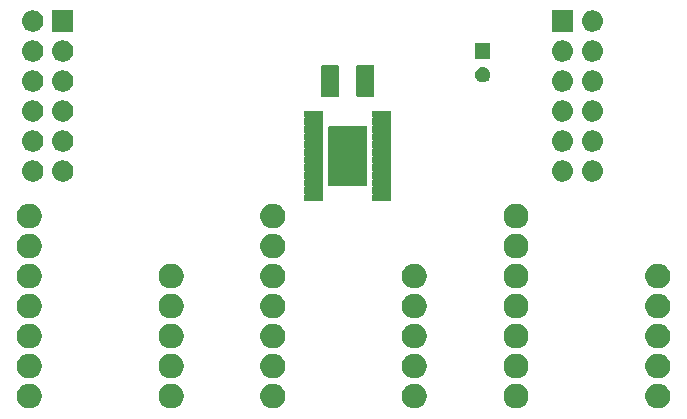
<source format=gbr>
G04 #@! TF.GenerationSoftware,KiCad,Pcbnew,(5.1.4)-1*
G04 #@! TF.CreationDate,2019-11-15T21:57:58+01:00*
G04 #@! TF.ProjectId,LEDClock,4c454443-6c6f-4636-9b2e-6b696361645f,rev?*
G04 #@! TF.SameCoordinates,Original*
G04 #@! TF.FileFunction,Soldermask,Bot*
G04 #@! TF.FilePolarity,Negative*
%FSLAX46Y46*%
G04 Gerber Fmt 4.6, Leading zero omitted, Abs format (unit mm)*
G04 Created by KiCad (PCBNEW (5.1.4)-1) date 2019-11-15 21:57:58*
%MOMM*%
%LPD*%
G04 APERTURE LIST*
%ADD10C,0.100000*%
G04 APERTURE END LIST*
D10*
G36*
X170156564Y-93269389D02*
G01*
X170347833Y-93348615D01*
X170347835Y-93348616D01*
X170519973Y-93463635D01*
X170666365Y-93610027D01*
X170781385Y-93782167D01*
X170860611Y-93973436D01*
X170901000Y-94176484D01*
X170901000Y-94383516D01*
X170860611Y-94586564D01*
X170781385Y-94777833D01*
X170781384Y-94777835D01*
X170666365Y-94949973D01*
X170519973Y-95096365D01*
X170347835Y-95211384D01*
X170347834Y-95211385D01*
X170347833Y-95211385D01*
X170156564Y-95290611D01*
X169953516Y-95331000D01*
X169746484Y-95331000D01*
X169543436Y-95290611D01*
X169352167Y-95211385D01*
X169352166Y-95211385D01*
X169352165Y-95211384D01*
X169180027Y-95096365D01*
X169033635Y-94949973D01*
X168918616Y-94777835D01*
X168918615Y-94777833D01*
X168839389Y-94586564D01*
X168799000Y-94383516D01*
X168799000Y-94176484D01*
X168839389Y-93973436D01*
X168918615Y-93782167D01*
X169033635Y-93610027D01*
X169180027Y-93463635D01*
X169352165Y-93348616D01*
X169352167Y-93348615D01*
X169543436Y-93269389D01*
X169746484Y-93229000D01*
X169953516Y-93229000D01*
X170156564Y-93269389D01*
X170156564Y-93269389D01*
G37*
G36*
X128956564Y-93269389D02*
G01*
X129147833Y-93348615D01*
X129147835Y-93348616D01*
X129319973Y-93463635D01*
X129466365Y-93610027D01*
X129581385Y-93782167D01*
X129660611Y-93973436D01*
X129701000Y-94176484D01*
X129701000Y-94383516D01*
X129660611Y-94586564D01*
X129581385Y-94777833D01*
X129581384Y-94777835D01*
X129466365Y-94949973D01*
X129319973Y-95096365D01*
X129147835Y-95211384D01*
X129147834Y-95211385D01*
X129147833Y-95211385D01*
X128956564Y-95290611D01*
X128753516Y-95331000D01*
X128546484Y-95331000D01*
X128343436Y-95290611D01*
X128152167Y-95211385D01*
X128152166Y-95211385D01*
X128152165Y-95211384D01*
X127980027Y-95096365D01*
X127833635Y-94949973D01*
X127718616Y-94777835D01*
X127718615Y-94777833D01*
X127639389Y-94586564D01*
X127599000Y-94383516D01*
X127599000Y-94176484D01*
X127639389Y-93973436D01*
X127718615Y-93782167D01*
X127833635Y-93610027D01*
X127980027Y-93463635D01*
X128152165Y-93348616D01*
X128152167Y-93348615D01*
X128343436Y-93269389D01*
X128546484Y-93229000D01*
X128753516Y-93229000D01*
X128956564Y-93269389D01*
X128956564Y-93269389D01*
G37*
G36*
X116956564Y-93269389D02*
G01*
X117147833Y-93348615D01*
X117147835Y-93348616D01*
X117319973Y-93463635D01*
X117466365Y-93610027D01*
X117581385Y-93782167D01*
X117660611Y-93973436D01*
X117701000Y-94176484D01*
X117701000Y-94383516D01*
X117660611Y-94586564D01*
X117581385Y-94777833D01*
X117581384Y-94777835D01*
X117466365Y-94949973D01*
X117319973Y-95096365D01*
X117147835Y-95211384D01*
X117147834Y-95211385D01*
X117147833Y-95211385D01*
X116956564Y-95290611D01*
X116753516Y-95331000D01*
X116546484Y-95331000D01*
X116343436Y-95290611D01*
X116152167Y-95211385D01*
X116152166Y-95211385D01*
X116152165Y-95211384D01*
X115980027Y-95096365D01*
X115833635Y-94949973D01*
X115718616Y-94777835D01*
X115718615Y-94777833D01*
X115639389Y-94586564D01*
X115599000Y-94383516D01*
X115599000Y-94176484D01*
X115639389Y-93973436D01*
X115718615Y-93782167D01*
X115833635Y-93610027D01*
X115980027Y-93463635D01*
X116152165Y-93348616D01*
X116152167Y-93348615D01*
X116343436Y-93269389D01*
X116546484Y-93229000D01*
X116753516Y-93229000D01*
X116956564Y-93269389D01*
X116956564Y-93269389D01*
G37*
G36*
X137556564Y-93269389D02*
G01*
X137747833Y-93348615D01*
X137747835Y-93348616D01*
X137919973Y-93463635D01*
X138066365Y-93610027D01*
X138181385Y-93782167D01*
X138260611Y-93973436D01*
X138301000Y-94176484D01*
X138301000Y-94383516D01*
X138260611Y-94586564D01*
X138181385Y-94777833D01*
X138181384Y-94777835D01*
X138066365Y-94949973D01*
X137919973Y-95096365D01*
X137747835Y-95211384D01*
X137747834Y-95211385D01*
X137747833Y-95211385D01*
X137556564Y-95290611D01*
X137353516Y-95331000D01*
X137146484Y-95331000D01*
X136943436Y-95290611D01*
X136752167Y-95211385D01*
X136752166Y-95211385D01*
X136752165Y-95211384D01*
X136580027Y-95096365D01*
X136433635Y-94949973D01*
X136318616Y-94777835D01*
X136318615Y-94777833D01*
X136239389Y-94586564D01*
X136199000Y-94383516D01*
X136199000Y-94176484D01*
X136239389Y-93973436D01*
X136318615Y-93782167D01*
X136433635Y-93610027D01*
X136580027Y-93463635D01*
X136752165Y-93348616D01*
X136752167Y-93348615D01*
X136943436Y-93269389D01*
X137146484Y-93229000D01*
X137353516Y-93229000D01*
X137556564Y-93269389D01*
X137556564Y-93269389D01*
G37*
G36*
X149556564Y-93269389D02*
G01*
X149747833Y-93348615D01*
X149747835Y-93348616D01*
X149919973Y-93463635D01*
X150066365Y-93610027D01*
X150181385Y-93782167D01*
X150260611Y-93973436D01*
X150301000Y-94176484D01*
X150301000Y-94383516D01*
X150260611Y-94586564D01*
X150181385Y-94777833D01*
X150181384Y-94777835D01*
X150066365Y-94949973D01*
X149919973Y-95096365D01*
X149747835Y-95211384D01*
X149747834Y-95211385D01*
X149747833Y-95211385D01*
X149556564Y-95290611D01*
X149353516Y-95331000D01*
X149146484Y-95331000D01*
X148943436Y-95290611D01*
X148752167Y-95211385D01*
X148752166Y-95211385D01*
X148752165Y-95211384D01*
X148580027Y-95096365D01*
X148433635Y-94949973D01*
X148318616Y-94777835D01*
X148318615Y-94777833D01*
X148239389Y-94586564D01*
X148199000Y-94383516D01*
X148199000Y-94176484D01*
X148239389Y-93973436D01*
X148318615Y-93782167D01*
X148433635Y-93610027D01*
X148580027Y-93463635D01*
X148752165Y-93348616D01*
X148752167Y-93348615D01*
X148943436Y-93269389D01*
X149146484Y-93229000D01*
X149353516Y-93229000D01*
X149556564Y-93269389D01*
X149556564Y-93269389D01*
G37*
G36*
X158156564Y-93269389D02*
G01*
X158347833Y-93348615D01*
X158347835Y-93348616D01*
X158519973Y-93463635D01*
X158666365Y-93610027D01*
X158781385Y-93782167D01*
X158860611Y-93973436D01*
X158901000Y-94176484D01*
X158901000Y-94383516D01*
X158860611Y-94586564D01*
X158781385Y-94777833D01*
X158781384Y-94777835D01*
X158666365Y-94949973D01*
X158519973Y-95096365D01*
X158347835Y-95211384D01*
X158347834Y-95211385D01*
X158347833Y-95211385D01*
X158156564Y-95290611D01*
X157953516Y-95331000D01*
X157746484Y-95331000D01*
X157543436Y-95290611D01*
X157352167Y-95211385D01*
X157352166Y-95211385D01*
X157352165Y-95211384D01*
X157180027Y-95096365D01*
X157033635Y-94949973D01*
X156918616Y-94777835D01*
X156918615Y-94777833D01*
X156839389Y-94586564D01*
X156799000Y-94383516D01*
X156799000Y-94176484D01*
X156839389Y-93973436D01*
X156918615Y-93782167D01*
X157033635Y-93610027D01*
X157180027Y-93463635D01*
X157352165Y-93348616D01*
X157352167Y-93348615D01*
X157543436Y-93269389D01*
X157746484Y-93229000D01*
X157953516Y-93229000D01*
X158156564Y-93269389D01*
X158156564Y-93269389D01*
G37*
G36*
X137556564Y-90729389D02*
G01*
X137747833Y-90808615D01*
X137747835Y-90808616D01*
X137919973Y-90923635D01*
X138066365Y-91070027D01*
X138181385Y-91242167D01*
X138260611Y-91433436D01*
X138301000Y-91636484D01*
X138301000Y-91843516D01*
X138260611Y-92046564D01*
X138181385Y-92237833D01*
X138181384Y-92237835D01*
X138066365Y-92409973D01*
X137919973Y-92556365D01*
X137747835Y-92671384D01*
X137747834Y-92671385D01*
X137747833Y-92671385D01*
X137556564Y-92750611D01*
X137353516Y-92791000D01*
X137146484Y-92791000D01*
X136943436Y-92750611D01*
X136752167Y-92671385D01*
X136752166Y-92671385D01*
X136752165Y-92671384D01*
X136580027Y-92556365D01*
X136433635Y-92409973D01*
X136318616Y-92237835D01*
X136318615Y-92237833D01*
X136239389Y-92046564D01*
X136199000Y-91843516D01*
X136199000Y-91636484D01*
X136239389Y-91433436D01*
X136318615Y-91242167D01*
X136433635Y-91070027D01*
X136580027Y-90923635D01*
X136752165Y-90808616D01*
X136752167Y-90808615D01*
X136943436Y-90729389D01*
X137146484Y-90689000D01*
X137353516Y-90689000D01*
X137556564Y-90729389D01*
X137556564Y-90729389D01*
G37*
G36*
X149556564Y-90729389D02*
G01*
X149747833Y-90808615D01*
X149747835Y-90808616D01*
X149919973Y-90923635D01*
X150066365Y-91070027D01*
X150181385Y-91242167D01*
X150260611Y-91433436D01*
X150301000Y-91636484D01*
X150301000Y-91843516D01*
X150260611Y-92046564D01*
X150181385Y-92237833D01*
X150181384Y-92237835D01*
X150066365Y-92409973D01*
X149919973Y-92556365D01*
X149747835Y-92671384D01*
X149747834Y-92671385D01*
X149747833Y-92671385D01*
X149556564Y-92750611D01*
X149353516Y-92791000D01*
X149146484Y-92791000D01*
X148943436Y-92750611D01*
X148752167Y-92671385D01*
X148752166Y-92671385D01*
X148752165Y-92671384D01*
X148580027Y-92556365D01*
X148433635Y-92409973D01*
X148318616Y-92237835D01*
X148318615Y-92237833D01*
X148239389Y-92046564D01*
X148199000Y-91843516D01*
X148199000Y-91636484D01*
X148239389Y-91433436D01*
X148318615Y-91242167D01*
X148433635Y-91070027D01*
X148580027Y-90923635D01*
X148752165Y-90808616D01*
X148752167Y-90808615D01*
X148943436Y-90729389D01*
X149146484Y-90689000D01*
X149353516Y-90689000D01*
X149556564Y-90729389D01*
X149556564Y-90729389D01*
G37*
G36*
X158156564Y-90729389D02*
G01*
X158347833Y-90808615D01*
X158347835Y-90808616D01*
X158519973Y-90923635D01*
X158666365Y-91070027D01*
X158781385Y-91242167D01*
X158860611Y-91433436D01*
X158901000Y-91636484D01*
X158901000Y-91843516D01*
X158860611Y-92046564D01*
X158781385Y-92237833D01*
X158781384Y-92237835D01*
X158666365Y-92409973D01*
X158519973Y-92556365D01*
X158347835Y-92671384D01*
X158347834Y-92671385D01*
X158347833Y-92671385D01*
X158156564Y-92750611D01*
X157953516Y-92791000D01*
X157746484Y-92791000D01*
X157543436Y-92750611D01*
X157352167Y-92671385D01*
X157352166Y-92671385D01*
X157352165Y-92671384D01*
X157180027Y-92556365D01*
X157033635Y-92409973D01*
X156918616Y-92237835D01*
X156918615Y-92237833D01*
X156839389Y-92046564D01*
X156799000Y-91843516D01*
X156799000Y-91636484D01*
X156839389Y-91433436D01*
X156918615Y-91242167D01*
X157033635Y-91070027D01*
X157180027Y-90923635D01*
X157352165Y-90808616D01*
X157352167Y-90808615D01*
X157543436Y-90729389D01*
X157746484Y-90689000D01*
X157953516Y-90689000D01*
X158156564Y-90729389D01*
X158156564Y-90729389D01*
G37*
G36*
X170156564Y-90729389D02*
G01*
X170347833Y-90808615D01*
X170347835Y-90808616D01*
X170519973Y-90923635D01*
X170666365Y-91070027D01*
X170781385Y-91242167D01*
X170860611Y-91433436D01*
X170901000Y-91636484D01*
X170901000Y-91843516D01*
X170860611Y-92046564D01*
X170781385Y-92237833D01*
X170781384Y-92237835D01*
X170666365Y-92409973D01*
X170519973Y-92556365D01*
X170347835Y-92671384D01*
X170347834Y-92671385D01*
X170347833Y-92671385D01*
X170156564Y-92750611D01*
X169953516Y-92791000D01*
X169746484Y-92791000D01*
X169543436Y-92750611D01*
X169352167Y-92671385D01*
X169352166Y-92671385D01*
X169352165Y-92671384D01*
X169180027Y-92556365D01*
X169033635Y-92409973D01*
X168918616Y-92237835D01*
X168918615Y-92237833D01*
X168839389Y-92046564D01*
X168799000Y-91843516D01*
X168799000Y-91636484D01*
X168839389Y-91433436D01*
X168918615Y-91242167D01*
X169033635Y-91070027D01*
X169180027Y-90923635D01*
X169352165Y-90808616D01*
X169352167Y-90808615D01*
X169543436Y-90729389D01*
X169746484Y-90689000D01*
X169953516Y-90689000D01*
X170156564Y-90729389D01*
X170156564Y-90729389D01*
G37*
G36*
X116956564Y-90729389D02*
G01*
X117147833Y-90808615D01*
X117147835Y-90808616D01*
X117319973Y-90923635D01*
X117466365Y-91070027D01*
X117581385Y-91242167D01*
X117660611Y-91433436D01*
X117701000Y-91636484D01*
X117701000Y-91843516D01*
X117660611Y-92046564D01*
X117581385Y-92237833D01*
X117581384Y-92237835D01*
X117466365Y-92409973D01*
X117319973Y-92556365D01*
X117147835Y-92671384D01*
X117147834Y-92671385D01*
X117147833Y-92671385D01*
X116956564Y-92750611D01*
X116753516Y-92791000D01*
X116546484Y-92791000D01*
X116343436Y-92750611D01*
X116152167Y-92671385D01*
X116152166Y-92671385D01*
X116152165Y-92671384D01*
X115980027Y-92556365D01*
X115833635Y-92409973D01*
X115718616Y-92237835D01*
X115718615Y-92237833D01*
X115639389Y-92046564D01*
X115599000Y-91843516D01*
X115599000Y-91636484D01*
X115639389Y-91433436D01*
X115718615Y-91242167D01*
X115833635Y-91070027D01*
X115980027Y-90923635D01*
X116152165Y-90808616D01*
X116152167Y-90808615D01*
X116343436Y-90729389D01*
X116546484Y-90689000D01*
X116753516Y-90689000D01*
X116956564Y-90729389D01*
X116956564Y-90729389D01*
G37*
G36*
X128956564Y-90729389D02*
G01*
X129147833Y-90808615D01*
X129147835Y-90808616D01*
X129319973Y-90923635D01*
X129466365Y-91070027D01*
X129581385Y-91242167D01*
X129660611Y-91433436D01*
X129701000Y-91636484D01*
X129701000Y-91843516D01*
X129660611Y-92046564D01*
X129581385Y-92237833D01*
X129581384Y-92237835D01*
X129466365Y-92409973D01*
X129319973Y-92556365D01*
X129147835Y-92671384D01*
X129147834Y-92671385D01*
X129147833Y-92671385D01*
X128956564Y-92750611D01*
X128753516Y-92791000D01*
X128546484Y-92791000D01*
X128343436Y-92750611D01*
X128152167Y-92671385D01*
X128152166Y-92671385D01*
X128152165Y-92671384D01*
X127980027Y-92556365D01*
X127833635Y-92409973D01*
X127718616Y-92237835D01*
X127718615Y-92237833D01*
X127639389Y-92046564D01*
X127599000Y-91843516D01*
X127599000Y-91636484D01*
X127639389Y-91433436D01*
X127718615Y-91242167D01*
X127833635Y-91070027D01*
X127980027Y-90923635D01*
X128152165Y-90808616D01*
X128152167Y-90808615D01*
X128343436Y-90729389D01*
X128546484Y-90689000D01*
X128753516Y-90689000D01*
X128956564Y-90729389D01*
X128956564Y-90729389D01*
G37*
G36*
X116956564Y-88189389D02*
G01*
X117147833Y-88268615D01*
X117147835Y-88268616D01*
X117319973Y-88383635D01*
X117466365Y-88530027D01*
X117581385Y-88702167D01*
X117660611Y-88893436D01*
X117701000Y-89096484D01*
X117701000Y-89303516D01*
X117660611Y-89506564D01*
X117581385Y-89697833D01*
X117581384Y-89697835D01*
X117466365Y-89869973D01*
X117319973Y-90016365D01*
X117147835Y-90131384D01*
X117147834Y-90131385D01*
X117147833Y-90131385D01*
X116956564Y-90210611D01*
X116753516Y-90251000D01*
X116546484Y-90251000D01*
X116343436Y-90210611D01*
X116152167Y-90131385D01*
X116152166Y-90131385D01*
X116152165Y-90131384D01*
X115980027Y-90016365D01*
X115833635Y-89869973D01*
X115718616Y-89697835D01*
X115718615Y-89697833D01*
X115639389Y-89506564D01*
X115599000Y-89303516D01*
X115599000Y-89096484D01*
X115639389Y-88893436D01*
X115718615Y-88702167D01*
X115833635Y-88530027D01*
X115980027Y-88383635D01*
X116152165Y-88268616D01*
X116152167Y-88268615D01*
X116343436Y-88189389D01*
X116546484Y-88149000D01*
X116753516Y-88149000D01*
X116956564Y-88189389D01*
X116956564Y-88189389D01*
G37*
G36*
X128956564Y-88189389D02*
G01*
X129147833Y-88268615D01*
X129147835Y-88268616D01*
X129319973Y-88383635D01*
X129466365Y-88530027D01*
X129581385Y-88702167D01*
X129660611Y-88893436D01*
X129701000Y-89096484D01*
X129701000Y-89303516D01*
X129660611Y-89506564D01*
X129581385Y-89697833D01*
X129581384Y-89697835D01*
X129466365Y-89869973D01*
X129319973Y-90016365D01*
X129147835Y-90131384D01*
X129147834Y-90131385D01*
X129147833Y-90131385D01*
X128956564Y-90210611D01*
X128753516Y-90251000D01*
X128546484Y-90251000D01*
X128343436Y-90210611D01*
X128152167Y-90131385D01*
X128152166Y-90131385D01*
X128152165Y-90131384D01*
X127980027Y-90016365D01*
X127833635Y-89869973D01*
X127718616Y-89697835D01*
X127718615Y-89697833D01*
X127639389Y-89506564D01*
X127599000Y-89303516D01*
X127599000Y-89096484D01*
X127639389Y-88893436D01*
X127718615Y-88702167D01*
X127833635Y-88530027D01*
X127980027Y-88383635D01*
X128152165Y-88268616D01*
X128152167Y-88268615D01*
X128343436Y-88189389D01*
X128546484Y-88149000D01*
X128753516Y-88149000D01*
X128956564Y-88189389D01*
X128956564Y-88189389D01*
G37*
G36*
X158156564Y-88189389D02*
G01*
X158347833Y-88268615D01*
X158347835Y-88268616D01*
X158519973Y-88383635D01*
X158666365Y-88530027D01*
X158781385Y-88702167D01*
X158860611Y-88893436D01*
X158901000Y-89096484D01*
X158901000Y-89303516D01*
X158860611Y-89506564D01*
X158781385Y-89697833D01*
X158781384Y-89697835D01*
X158666365Y-89869973D01*
X158519973Y-90016365D01*
X158347835Y-90131384D01*
X158347834Y-90131385D01*
X158347833Y-90131385D01*
X158156564Y-90210611D01*
X157953516Y-90251000D01*
X157746484Y-90251000D01*
X157543436Y-90210611D01*
X157352167Y-90131385D01*
X157352166Y-90131385D01*
X157352165Y-90131384D01*
X157180027Y-90016365D01*
X157033635Y-89869973D01*
X156918616Y-89697835D01*
X156918615Y-89697833D01*
X156839389Y-89506564D01*
X156799000Y-89303516D01*
X156799000Y-89096484D01*
X156839389Y-88893436D01*
X156918615Y-88702167D01*
X157033635Y-88530027D01*
X157180027Y-88383635D01*
X157352165Y-88268616D01*
X157352167Y-88268615D01*
X157543436Y-88189389D01*
X157746484Y-88149000D01*
X157953516Y-88149000D01*
X158156564Y-88189389D01*
X158156564Y-88189389D01*
G37*
G36*
X149556564Y-88189389D02*
G01*
X149747833Y-88268615D01*
X149747835Y-88268616D01*
X149919973Y-88383635D01*
X150066365Y-88530027D01*
X150181385Y-88702167D01*
X150260611Y-88893436D01*
X150301000Y-89096484D01*
X150301000Y-89303516D01*
X150260611Y-89506564D01*
X150181385Y-89697833D01*
X150181384Y-89697835D01*
X150066365Y-89869973D01*
X149919973Y-90016365D01*
X149747835Y-90131384D01*
X149747834Y-90131385D01*
X149747833Y-90131385D01*
X149556564Y-90210611D01*
X149353516Y-90251000D01*
X149146484Y-90251000D01*
X148943436Y-90210611D01*
X148752167Y-90131385D01*
X148752166Y-90131385D01*
X148752165Y-90131384D01*
X148580027Y-90016365D01*
X148433635Y-89869973D01*
X148318616Y-89697835D01*
X148318615Y-89697833D01*
X148239389Y-89506564D01*
X148199000Y-89303516D01*
X148199000Y-89096484D01*
X148239389Y-88893436D01*
X148318615Y-88702167D01*
X148433635Y-88530027D01*
X148580027Y-88383635D01*
X148752165Y-88268616D01*
X148752167Y-88268615D01*
X148943436Y-88189389D01*
X149146484Y-88149000D01*
X149353516Y-88149000D01*
X149556564Y-88189389D01*
X149556564Y-88189389D01*
G37*
G36*
X170156564Y-88189389D02*
G01*
X170347833Y-88268615D01*
X170347835Y-88268616D01*
X170519973Y-88383635D01*
X170666365Y-88530027D01*
X170781385Y-88702167D01*
X170860611Y-88893436D01*
X170901000Y-89096484D01*
X170901000Y-89303516D01*
X170860611Y-89506564D01*
X170781385Y-89697833D01*
X170781384Y-89697835D01*
X170666365Y-89869973D01*
X170519973Y-90016365D01*
X170347835Y-90131384D01*
X170347834Y-90131385D01*
X170347833Y-90131385D01*
X170156564Y-90210611D01*
X169953516Y-90251000D01*
X169746484Y-90251000D01*
X169543436Y-90210611D01*
X169352167Y-90131385D01*
X169352166Y-90131385D01*
X169352165Y-90131384D01*
X169180027Y-90016365D01*
X169033635Y-89869973D01*
X168918616Y-89697835D01*
X168918615Y-89697833D01*
X168839389Y-89506564D01*
X168799000Y-89303516D01*
X168799000Y-89096484D01*
X168839389Y-88893436D01*
X168918615Y-88702167D01*
X169033635Y-88530027D01*
X169180027Y-88383635D01*
X169352165Y-88268616D01*
X169352167Y-88268615D01*
X169543436Y-88189389D01*
X169746484Y-88149000D01*
X169953516Y-88149000D01*
X170156564Y-88189389D01*
X170156564Y-88189389D01*
G37*
G36*
X137556564Y-88189389D02*
G01*
X137747833Y-88268615D01*
X137747835Y-88268616D01*
X137919973Y-88383635D01*
X138066365Y-88530027D01*
X138181385Y-88702167D01*
X138260611Y-88893436D01*
X138301000Y-89096484D01*
X138301000Y-89303516D01*
X138260611Y-89506564D01*
X138181385Y-89697833D01*
X138181384Y-89697835D01*
X138066365Y-89869973D01*
X137919973Y-90016365D01*
X137747835Y-90131384D01*
X137747834Y-90131385D01*
X137747833Y-90131385D01*
X137556564Y-90210611D01*
X137353516Y-90251000D01*
X137146484Y-90251000D01*
X136943436Y-90210611D01*
X136752167Y-90131385D01*
X136752166Y-90131385D01*
X136752165Y-90131384D01*
X136580027Y-90016365D01*
X136433635Y-89869973D01*
X136318616Y-89697835D01*
X136318615Y-89697833D01*
X136239389Y-89506564D01*
X136199000Y-89303516D01*
X136199000Y-89096484D01*
X136239389Y-88893436D01*
X136318615Y-88702167D01*
X136433635Y-88530027D01*
X136580027Y-88383635D01*
X136752165Y-88268616D01*
X136752167Y-88268615D01*
X136943436Y-88189389D01*
X137146484Y-88149000D01*
X137353516Y-88149000D01*
X137556564Y-88189389D01*
X137556564Y-88189389D01*
G37*
G36*
X116956564Y-85649389D02*
G01*
X117147833Y-85728615D01*
X117147835Y-85728616D01*
X117319973Y-85843635D01*
X117466365Y-85990027D01*
X117581385Y-86162167D01*
X117660611Y-86353436D01*
X117701000Y-86556484D01*
X117701000Y-86763516D01*
X117660611Y-86966564D01*
X117581385Y-87157833D01*
X117581384Y-87157835D01*
X117466365Y-87329973D01*
X117319973Y-87476365D01*
X117147835Y-87591384D01*
X117147834Y-87591385D01*
X117147833Y-87591385D01*
X116956564Y-87670611D01*
X116753516Y-87711000D01*
X116546484Y-87711000D01*
X116343436Y-87670611D01*
X116152167Y-87591385D01*
X116152166Y-87591385D01*
X116152165Y-87591384D01*
X115980027Y-87476365D01*
X115833635Y-87329973D01*
X115718616Y-87157835D01*
X115718615Y-87157833D01*
X115639389Y-86966564D01*
X115599000Y-86763516D01*
X115599000Y-86556484D01*
X115639389Y-86353436D01*
X115718615Y-86162167D01*
X115833635Y-85990027D01*
X115980027Y-85843635D01*
X116152165Y-85728616D01*
X116152167Y-85728615D01*
X116343436Y-85649389D01*
X116546484Y-85609000D01*
X116753516Y-85609000D01*
X116956564Y-85649389D01*
X116956564Y-85649389D01*
G37*
G36*
X128956564Y-85649389D02*
G01*
X129147833Y-85728615D01*
X129147835Y-85728616D01*
X129319973Y-85843635D01*
X129466365Y-85990027D01*
X129581385Y-86162167D01*
X129660611Y-86353436D01*
X129701000Y-86556484D01*
X129701000Y-86763516D01*
X129660611Y-86966564D01*
X129581385Y-87157833D01*
X129581384Y-87157835D01*
X129466365Y-87329973D01*
X129319973Y-87476365D01*
X129147835Y-87591384D01*
X129147834Y-87591385D01*
X129147833Y-87591385D01*
X128956564Y-87670611D01*
X128753516Y-87711000D01*
X128546484Y-87711000D01*
X128343436Y-87670611D01*
X128152167Y-87591385D01*
X128152166Y-87591385D01*
X128152165Y-87591384D01*
X127980027Y-87476365D01*
X127833635Y-87329973D01*
X127718616Y-87157835D01*
X127718615Y-87157833D01*
X127639389Y-86966564D01*
X127599000Y-86763516D01*
X127599000Y-86556484D01*
X127639389Y-86353436D01*
X127718615Y-86162167D01*
X127833635Y-85990027D01*
X127980027Y-85843635D01*
X128152165Y-85728616D01*
X128152167Y-85728615D01*
X128343436Y-85649389D01*
X128546484Y-85609000D01*
X128753516Y-85609000D01*
X128956564Y-85649389D01*
X128956564Y-85649389D01*
G37*
G36*
X170156564Y-85649389D02*
G01*
X170347833Y-85728615D01*
X170347835Y-85728616D01*
X170519973Y-85843635D01*
X170666365Y-85990027D01*
X170781385Y-86162167D01*
X170860611Y-86353436D01*
X170901000Y-86556484D01*
X170901000Y-86763516D01*
X170860611Y-86966564D01*
X170781385Y-87157833D01*
X170781384Y-87157835D01*
X170666365Y-87329973D01*
X170519973Y-87476365D01*
X170347835Y-87591384D01*
X170347834Y-87591385D01*
X170347833Y-87591385D01*
X170156564Y-87670611D01*
X169953516Y-87711000D01*
X169746484Y-87711000D01*
X169543436Y-87670611D01*
X169352167Y-87591385D01*
X169352166Y-87591385D01*
X169352165Y-87591384D01*
X169180027Y-87476365D01*
X169033635Y-87329973D01*
X168918616Y-87157835D01*
X168918615Y-87157833D01*
X168839389Y-86966564D01*
X168799000Y-86763516D01*
X168799000Y-86556484D01*
X168839389Y-86353436D01*
X168918615Y-86162167D01*
X169033635Y-85990027D01*
X169180027Y-85843635D01*
X169352165Y-85728616D01*
X169352167Y-85728615D01*
X169543436Y-85649389D01*
X169746484Y-85609000D01*
X169953516Y-85609000D01*
X170156564Y-85649389D01*
X170156564Y-85649389D01*
G37*
G36*
X158156564Y-85649389D02*
G01*
X158347833Y-85728615D01*
X158347835Y-85728616D01*
X158519973Y-85843635D01*
X158666365Y-85990027D01*
X158781385Y-86162167D01*
X158860611Y-86353436D01*
X158901000Y-86556484D01*
X158901000Y-86763516D01*
X158860611Y-86966564D01*
X158781385Y-87157833D01*
X158781384Y-87157835D01*
X158666365Y-87329973D01*
X158519973Y-87476365D01*
X158347835Y-87591384D01*
X158347834Y-87591385D01*
X158347833Y-87591385D01*
X158156564Y-87670611D01*
X157953516Y-87711000D01*
X157746484Y-87711000D01*
X157543436Y-87670611D01*
X157352167Y-87591385D01*
X157352166Y-87591385D01*
X157352165Y-87591384D01*
X157180027Y-87476365D01*
X157033635Y-87329973D01*
X156918616Y-87157835D01*
X156918615Y-87157833D01*
X156839389Y-86966564D01*
X156799000Y-86763516D01*
X156799000Y-86556484D01*
X156839389Y-86353436D01*
X156918615Y-86162167D01*
X157033635Y-85990027D01*
X157180027Y-85843635D01*
X157352165Y-85728616D01*
X157352167Y-85728615D01*
X157543436Y-85649389D01*
X157746484Y-85609000D01*
X157953516Y-85609000D01*
X158156564Y-85649389D01*
X158156564Y-85649389D01*
G37*
G36*
X137556564Y-85649389D02*
G01*
X137747833Y-85728615D01*
X137747835Y-85728616D01*
X137919973Y-85843635D01*
X138066365Y-85990027D01*
X138181385Y-86162167D01*
X138260611Y-86353436D01*
X138301000Y-86556484D01*
X138301000Y-86763516D01*
X138260611Y-86966564D01*
X138181385Y-87157833D01*
X138181384Y-87157835D01*
X138066365Y-87329973D01*
X137919973Y-87476365D01*
X137747835Y-87591384D01*
X137747834Y-87591385D01*
X137747833Y-87591385D01*
X137556564Y-87670611D01*
X137353516Y-87711000D01*
X137146484Y-87711000D01*
X136943436Y-87670611D01*
X136752167Y-87591385D01*
X136752166Y-87591385D01*
X136752165Y-87591384D01*
X136580027Y-87476365D01*
X136433635Y-87329973D01*
X136318616Y-87157835D01*
X136318615Y-87157833D01*
X136239389Y-86966564D01*
X136199000Y-86763516D01*
X136199000Y-86556484D01*
X136239389Y-86353436D01*
X136318615Y-86162167D01*
X136433635Y-85990027D01*
X136580027Y-85843635D01*
X136752165Y-85728616D01*
X136752167Y-85728615D01*
X136943436Y-85649389D01*
X137146484Y-85609000D01*
X137353516Y-85609000D01*
X137556564Y-85649389D01*
X137556564Y-85649389D01*
G37*
G36*
X149556564Y-85649389D02*
G01*
X149747833Y-85728615D01*
X149747835Y-85728616D01*
X149919973Y-85843635D01*
X150066365Y-85990027D01*
X150181385Y-86162167D01*
X150260611Y-86353436D01*
X150301000Y-86556484D01*
X150301000Y-86763516D01*
X150260611Y-86966564D01*
X150181385Y-87157833D01*
X150181384Y-87157835D01*
X150066365Y-87329973D01*
X149919973Y-87476365D01*
X149747835Y-87591384D01*
X149747834Y-87591385D01*
X149747833Y-87591385D01*
X149556564Y-87670611D01*
X149353516Y-87711000D01*
X149146484Y-87711000D01*
X148943436Y-87670611D01*
X148752167Y-87591385D01*
X148752166Y-87591385D01*
X148752165Y-87591384D01*
X148580027Y-87476365D01*
X148433635Y-87329973D01*
X148318616Y-87157835D01*
X148318615Y-87157833D01*
X148239389Y-86966564D01*
X148199000Y-86763516D01*
X148199000Y-86556484D01*
X148239389Y-86353436D01*
X148318615Y-86162167D01*
X148433635Y-85990027D01*
X148580027Y-85843635D01*
X148752165Y-85728616D01*
X148752167Y-85728615D01*
X148943436Y-85649389D01*
X149146484Y-85609000D01*
X149353516Y-85609000D01*
X149556564Y-85649389D01*
X149556564Y-85649389D01*
G37*
G36*
X137556564Y-83109389D02*
G01*
X137747833Y-83188615D01*
X137747835Y-83188616D01*
X137919973Y-83303635D01*
X138066365Y-83450027D01*
X138181385Y-83622167D01*
X138260611Y-83813436D01*
X138301000Y-84016484D01*
X138301000Y-84223516D01*
X138260611Y-84426564D01*
X138181385Y-84617833D01*
X138181384Y-84617835D01*
X138066365Y-84789973D01*
X137919973Y-84936365D01*
X137747835Y-85051384D01*
X137747834Y-85051385D01*
X137747833Y-85051385D01*
X137556564Y-85130611D01*
X137353516Y-85171000D01*
X137146484Y-85171000D01*
X136943436Y-85130611D01*
X136752167Y-85051385D01*
X136752166Y-85051385D01*
X136752165Y-85051384D01*
X136580027Y-84936365D01*
X136433635Y-84789973D01*
X136318616Y-84617835D01*
X136318615Y-84617833D01*
X136239389Y-84426564D01*
X136199000Y-84223516D01*
X136199000Y-84016484D01*
X136239389Y-83813436D01*
X136318615Y-83622167D01*
X136433635Y-83450027D01*
X136580027Y-83303635D01*
X136752165Y-83188616D01*
X136752167Y-83188615D01*
X136943436Y-83109389D01*
X137146484Y-83069000D01*
X137353516Y-83069000D01*
X137556564Y-83109389D01*
X137556564Y-83109389D01*
G37*
G36*
X170156564Y-83109389D02*
G01*
X170347833Y-83188615D01*
X170347835Y-83188616D01*
X170519973Y-83303635D01*
X170666365Y-83450027D01*
X170781385Y-83622167D01*
X170860611Y-83813436D01*
X170901000Y-84016484D01*
X170901000Y-84223516D01*
X170860611Y-84426564D01*
X170781385Y-84617833D01*
X170781384Y-84617835D01*
X170666365Y-84789973D01*
X170519973Y-84936365D01*
X170347835Y-85051384D01*
X170347834Y-85051385D01*
X170347833Y-85051385D01*
X170156564Y-85130611D01*
X169953516Y-85171000D01*
X169746484Y-85171000D01*
X169543436Y-85130611D01*
X169352167Y-85051385D01*
X169352166Y-85051385D01*
X169352165Y-85051384D01*
X169180027Y-84936365D01*
X169033635Y-84789973D01*
X168918616Y-84617835D01*
X168918615Y-84617833D01*
X168839389Y-84426564D01*
X168799000Y-84223516D01*
X168799000Y-84016484D01*
X168839389Y-83813436D01*
X168918615Y-83622167D01*
X169033635Y-83450027D01*
X169180027Y-83303635D01*
X169352165Y-83188616D01*
X169352167Y-83188615D01*
X169543436Y-83109389D01*
X169746484Y-83069000D01*
X169953516Y-83069000D01*
X170156564Y-83109389D01*
X170156564Y-83109389D01*
G37*
G36*
X149556564Y-83109389D02*
G01*
X149747833Y-83188615D01*
X149747835Y-83188616D01*
X149919973Y-83303635D01*
X150066365Y-83450027D01*
X150181385Y-83622167D01*
X150260611Y-83813436D01*
X150301000Y-84016484D01*
X150301000Y-84223516D01*
X150260611Y-84426564D01*
X150181385Y-84617833D01*
X150181384Y-84617835D01*
X150066365Y-84789973D01*
X149919973Y-84936365D01*
X149747835Y-85051384D01*
X149747834Y-85051385D01*
X149747833Y-85051385D01*
X149556564Y-85130611D01*
X149353516Y-85171000D01*
X149146484Y-85171000D01*
X148943436Y-85130611D01*
X148752167Y-85051385D01*
X148752166Y-85051385D01*
X148752165Y-85051384D01*
X148580027Y-84936365D01*
X148433635Y-84789973D01*
X148318616Y-84617835D01*
X148318615Y-84617833D01*
X148239389Y-84426564D01*
X148199000Y-84223516D01*
X148199000Y-84016484D01*
X148239389Y-83813436D01*
X148318615Y-83622167D01*
X148433635Y-83450027D01*
X148580027Y-83303635D01*
X148752165Y-83188616D01*
X148752167Y-83188615D01*
X148943436Y-83109389D01*
X149146484Y-83069000D01*
X149353516Y-83069000D01*
X149556564Y-83109389D01*
X149556564Y-83109389D01*
G37*
G36*
X116956564Y-83109389D02*
G01*
X117147833Y-83188615D01*
X117147835Y-83188616D01*
X117319973Y-83303635D01*
X117466365Y-83450027D01*
X117581385Y-83622167D01*
X117660611Y-83813436D01*
X117701000Y-84016484D01*
X117701000Y-84223516D01*
X117660611Y-84426564D01*
X117581385Y-84617833D01*
X117581384Y-84617835D01*
X117466365Y-84789973D01*
X117319973Y-84936365D01*
X117147835Y-85051384D01*
X117147834Y-85051385D01*
X117147833Y-85051385D01*
X116956564Y-85130611D01*
X116753516Y-85171000D01*
X116546484Y-85171000D01*
X116343436Y-85130611D01*
X116152167Y-85051385D01*
X116152166Y-85051385D01*
X116152165Y-85051384D01*
X115980027Y-84936365D01*
X115833635Y-84789973D01*
X115718616Y-84617835D01*
X115718615Y-84617833D01*
X115639389Y-84426564D01*
X115599000Y-84223516D01*
X115599000Y-84016484D01*
X115639389Y-83813436D01*
X115718615Y-83622167D01*
X115833635Y-83450027D01*
X115980027Y-83303635D01*
X116152165Y-83188616D01*
X116152167Y-83188615D01*
X116343436Y-83109389D01*
X116546484Y-83069000D01*
X116753516Y-83069000D01*
X116956564Y-83109389D01*
X116956564Y-83109389D01*
G37*
G36*
X128956564Y-83109389D02*
G01*
X129147833Y-83188615D01*
X129147835Y-83188616D01*
X129319973Y-83303635D01*
X129466365Y-83450027D01*
X129581385Y-83622167D01*
X129660611Y-83813436D01*
X129701000Y-84016484D01*
X129701000Y-84223516D01*
X129660611Y-84426564D01*
X129581385Y-84617833D01*
X129581384Y-84617835D01*
X129466365Y-84789973D01*
X129319973Y-84936365D01*
X129147835Y-85051384D01*
X129147834Y-85051385D01*
X129147833Y-85051385D01*
X128956564Y-85130611D01*
X128753516Y-85171000D01*
X128546484Y-85171000D01*
X128343436Y-85130611D01*
X128152167Y-85051385D01*
X128152166Y-85051385D01*
X128152165Y-85051384D01*
X127980027Y-84936365D01*
X127833635Y-84789973D01*
X127718616Y-84617835D01*
X127718615Y-84617833D01*
X127639389Y-84426564D01*
X127599000Y-84223516D01*
X127599000Y-84016484D01*
X127639389Y-83813436D01*
X127718615Y-83622167D01*
X127833635Y-83450027D01*
X127980027Y-83303635D01*
X128152165Y-83188616D01*
X128152167Y-83188615D01*
X128343436Y-83109389D01*
X128546484Y-83069000D01*
X128753516Y-83069000D01*
X128956564Y-83109389D01*
X128956564Y-83109389D01*
G37*
G36*
X158156564Y-83109389D02*
G01*
X158347833Y-83188615D01*
X158347835Y-83188616D01*
X158519973Y-83303635D01*
X158666365Y-83450027D01*
X158781385Y-83622167D01*
X158860611Y-83813436D01*
X158901000Y-84016484D01*
X158901000Y-84223516D01*
X158860611Y-84426564D01*
X158781385Y-84617833D01*
X158781384Y-84617835D01*
X158666365Y-84789973D01*
X158519973Y-84936365D01*
X158347835Y-85051384D01*
X158347834Y-85051385D01*
X158347833Y-85051385D01*
X158156564Y-85130611D01*
X157953516Y-85171000D01*
X157746484Y-85171000D01*
X157543436Y-85130611D01*
X157352167Y-85051385D01*
X157352166Y-85051385D01*
X157352165Y-85051384D01*
X157180027Y-84936365D01*
X157033635Y-84789973D01*
X156918616Y-84617835D01*
X156918615Y-84617833D01*
X156839389Y-84426564D01*
X156799000Y-84223516D01*
X156799000Y-84016484D01*
X156839389Y-83813436D01*
X156918615Y-83622167D01*
X157033635Y-83450027D01*
X157180027Y-83303635D01*
X157352165Y-83188616D01*
X157352167Y-83188615D01*
X157543436Y-83109389D01*
X157746484Y-83069000D01*
X157953516Y-83069000D01*
X158156564Y-83109389D01*
X158156564Y-83109389D01*
G37*
G36*
X158156564Y-80569389D02*
G01*
X158347833Y-80648615D01*
X158347835Y-80648616D01*
X158519973Y-80763635D01*
X158666365Y-80910027D01*
X158781385Y-81082167D01*
X158860611Y-81273436D01*
X158901000Y-81476484D01*
X158901000Y-81683516D01*
X158860611Y-81886564D01*
X158781385Y-82077833D01*
X158781384Y-82077835D01*
X158666365Y-82249973D01*
X158519973Y-82396365D01*
X158347835Y-82511384D01*
X158347834Y-82511385D01*
X158347833Y-82511385D01*
X158156564Y-82590611D01*
X157953516Y-82631000D01*
X157746484Y-82631000D01*
X157543436Y-82590611D01*
X157352167Y-82511385D01*
X157352166Y-82511385D01*
X157352165Y-82511384D01*
X157180027Y-82396365D01*
X157033635Y-82249973D01*
X156918616Y-82077835D01*
X156918615Y-82077833D01*
X156839389Y-81886564D01*
X156799000Y-81683516D01*
X156799000Y-81476484D01*
X156839389Y-81273436D01*
X156918615Y-81082167D01*
X157033635Y-80910027D01*
X157180027Y-80763635D01*
X157352165Y-80648616D01*
X157352167Y-80648615D01*
X157543436Y-80569389D01*
X157746484Y-80529000D01*
X157953516Y-80529000D01*
X158156564Y-80569389D01*
X158156564Y-80569389D01*
G37*
G36*
X116956564Y-80569389D02*
G01*
X117147833Y-80648615D01*
X117147835Y-80648616D01*
X117319973Y-80763635D01*
X117466365Y-80910027D01*
X117581385Y-81082167D01*
X117660611Y-81273436D01*
X117701000Y-81476484D01*
X117701000Y-81683516D01*
X117660611Y-81886564D01*
X117581385Y-82077833D01*
X117581384Y-82077835D01*
X117466365Y-82249973D01*
X117319973Y-82396365D01*
X117147835Y-82511384D01*
X117147834Y-82511385D01*
X117147833Y-82511385D01*
X116956564Y-82590611D01*
X116753516Y-82631000D01*
X116546484Y-82631000D01*
X116343436Y-82590611D01*
X116152167Y-82511385D01*
X116152166Y-82511385D01*
X116152165Y-82511384D01*
X115980027Y-82396365D01*
X115833635Y-82249973D01*
X115718616Y-82077835D01*
X115718615Y-82077833D01*
X115639389Y-81886564D01*
X115599000Y-81683516D01*
X115599000Y-81476484D01*
X115639389Y-81273436D01*
X115718615Y-81082167D01*
X115833635Y-80910027D01*
X115980027Y-80763635D01*
X116152165Y-80648616D01*
X116152167Y-80648615D01*
X116343436Y-80569389D01*
X116546484Y-80529000D01*
X116753516Y-80529000D01*
X116956564Y-80569389D01*
X116956564Y-80569389D01*
G37*
G36*
X137556564Y-80569389D02*
G01*
X137747833Y-80648615D01*
X137747835Y-80648616D01*
X137919973Y-80763635D01*
X138066365Y-80910027D01*
X138181385Y-81082167D01*
X138260611Y-81273436D01*
X138301000Y-81476484D01*
X138301000Y-81683516D01*
X138260611Y-81886564D01*
X138181385Y-82077833D01*
X138181384Y-82077835D01*
X138066365Y-82249973D01*
X137919973Y-82396365D01*
X137747835Y-82511384D01*
X137747834Y-82511385D01*
X137747833Y-82511385D01*
X137556564Y-82590611D01*
X137353516Y-82631000D01*
X137146484Y-82631000D01*
X136943436Y-82590611D01*
X136752167Y-82511385D01*
X136752166Y-82511385D01*
X136752165Y-82511384D01*
X136580027Y-82396365D01*
X136433635Y-82249973D01*
X136318616Y-82077835D01*
X136318615Y-82077833D01*
X136239389Y-81886564D01*
X136199000Y-81683516D01*
X136199000Y-81476484D01*
X136239389Y-81273436D01*
X136318615Y-81082167D01*
X136433635Y-80910027D01*
X136580027Y-80763635D01*
X136752165Y-80648616D01*
X136752167Y-80648615D01*
X136943436Y-80569389D01*
X137146484Y-80529000D01*
X137353516Y-80529000D01*
X137556564Y-80569389D01*
X137556564Y-80569389D01*
G37*
G36*
X116956564Y-78029389D02*
G01*
X117147833Y-78108615D01*
X117147835Y-78108616D01*
X117319973Y-78223635D01*
X117466365Y-78370027D01*
X117581385Y-78542167D01*
X117660611Y-78733436D01*
X117701000Y-78936484D01*
X117701000Y-79143516D01*
X117660611Y-79346564D01*
X117581385Y-79537833D01*
X117581384Y-79537835D01*
X117466365Y-79709973D01*
X117319973Y-79856365D01*
X117147835Y-79971384D01*
X117147834Y-79971385D01*
X117147833Y-79971385D01*
X116956564Y-80050611D01*
X116753516Y-80091000D01*
X116546484Y-80091000D01*
X116343436Y-80050611D01*
X116152167Y-79971385D01*
X116152166Y-79971385D01*
X116152165Y-79971384D01*
X115980027Y-79856365D01*
X115833635Y-79709973D01*
X115718616Y-79537835D01*
X115718615Y-79537833D01*
X115639389Y-79346564D01*
X115599000Y-79143516D01*
X115599000Y-78936484D01*
X115639389Y-78733436D01*
X115718615Y-78542167D01*
X115833635Y-78370027D01*
X115980027Y-78223635D01*
X116152165Y-78108616D01*
X116152167Y-78108615D01*
X116343436Y-78029389D01*
X116546484Y-77989000D01*
X116753516Y-77989000D01*
X116956564Y-78029389D01*
X116956564Y-78029389D01*
G37*
G36*
X137556564Y-78029389D02*
G01*
X137747833Y-78108615D01*
X137747835Y-78108616D01*
X137919973Y-78223635D01*
X138066365Y-78370027D01*
X138181385Y-78542167D01*
X138260611Y-78733436D01*
X138301000Y-78936484D01*
X138301000Y-79143516D01*
X138260611Y-79346564D01*
X138181385Y-79537833D01*
X138181384Y-79537835D01*
X138066365Y-79709973D01*
X137919973Y-79856365D01*
X137747835Y-79971384D01*
X137747834Y-79971385D01*
X137747833Y-79971385D01*
X137556564Y-80050611D01*
X137353516Y-80091000D01*
X137146484Y-80091000D01*
X136943436Y-80050611D01*
X136752167Y-79971385D01*
X136752166Y-79971385D01*
X136752165Y-79971384D01*
X136580027Y-79856365D01*
X136433635Y-79709973D01*
X136318616Y-79537835D01*
X136318615Y-79537833D01*
X136239389Y-79346564D01*
X136199000Y-79143516D01*
X136199000Y-78936484D01*
X136239389Y-78733436D01*
X136318615Y-78542167D01*
X136433635Y-78370027D01*
X136580027Y-78223635D01*
X136752165Y-78108616D01*
X136752167Y-78108615D01*
X136943436Y-78029389D01*
X137146484Y-77989000D01*
X137353516Y-77989000D01*
X137556564Y-78029389D01*
X137556564Y-78029389D01*
G37*
G36*
X158156564Y-78029389D02*
G01*
X158347833Y-78108615D01*
X158347835Y-78108616D01*
X158519973Y-78223635D01*
X158666365Y-78370027D01*
X158781385Y-78542167D01*
X158860611Y-78733436D01*
X158901000Y-78936484D01*
X158901000Y-79143516D01*
X158860611Y-79346564D01*
X158781385Y-79537833D01*
X158781384Y-79537835D01*
X158666365Y-79709973D01*
X158519973Y-79856365D01*
X158347835Y-79971384D01*
X158347834Y-79971385D01*
X158347833Y-79971385D01*
X158156564Y-80050611D01*
X157953516Y-80091000D01*
X157746484Y-80091000D01*
X157543436Y-80050611D01*
X157352167Y-79971385D01*
X157352166Y-79971385D01*
X157352165Y-79971384D01*
X157180027Y-79856365D01*
X157033635Y-79709973D01*
X156918616Y-79537835D01*
X156918615Y-79537833D01*
X156839389Y-79346564D01*
X156799000Y-79143516D01*
X156799000Y-78936484D01*
X156839389Y-78733436D01*
X156918615Y-78542167D01*
X157033635Y-78370027D01*
X157180027Y-78223635D01*
X157352165Y-78108616D01*
X157352167Y-78108615D01*
X157543436Y-78029389D01*
X157746484Y-77989000D01*
X157953516Y-77989000D01*
X158156564Y-78029389D01*
X158156564Y-78029389D01*
G37*
G36*
X147250170Y-70135803D02*
G01*
X147261875Y-70139354D01*
X147272665Y-70145121D01*
X147282119Y-70152881D01*
X147289879Y-70162335D01*
X147295646Y-70173125D01*
X147299197Y-70184830D01*
X147301000Y-70203138D01*
X147301000Y-70566862D01*
X147299197Y-70585170D01*
X147295646Y-70596875D01*
X147289879Y-70607665D01*
X147278370Y-70621688D01*
X147269355Y-70630704D01*
X147255741Y-70651078D01*
X147246365Y-70673717D01*
X147241585Y-70697751D01*
X147241585Y-70722255D01*
X147246366Y-70746288D01*
X147255744Y-70768926D01*
X147269358Y-70789301D01*
X147278374Y-70798317D01*
X147289879Y-70812335D01*
X147295646Y-70823125D01*
X147299197Y-70834830D01*
X147301000Y-70853138D01*
X147301000Y-71216862D01*
X147299197Y-71235170D01*
X147295646Y-71246875D01*
X147289879Y-71257665D01*
X147278370Y-71271688D01*
X147269355Y-71280704D01*
X147255741Y-71301078D01*
X147246365Y-71323717D01*
X147241585Y-71347751D01*
X147241585Y-71372255D01*
X147246366Y-71396288D01*
X147255744Y-71418926D01*
X147269358Y-71439301D01*
X147278374Y-71448317D01*
X147289879Y-71462335D01*
X147295646Y-71473125D01*
X147299197Y-71484830D01*
X147301000Y-71503138D01*
X147301000Y-71866862D01*
X147299197Y-71885170D01*
X147295646Y-71896875D01*
X147289879Y-71907665D01*
X147278370Y-71921688D01*
X147269355Y-71930704D01*
X147255741Y-71951078D01*
X147246365Y-71973717D01*
X147241585Y-71997751D01*
X147241585Y-72022255D01*
X147246366Y-72046288D01*
X147255744Y-72068926D01*
X147269358Y-72089301D01*
X147278374Y-72098317D01*
X147289879Y-72112335D01*
X147295646Y-72123125D01*
X147299197Y-72134830D01*
X147301000Y-72153138D01*
X147301000Y-72516862D01*
X147299197Y-72535170D01*
X147295646Y-72546875D01*
X147289879Y-72557665D01*
X147278370Y-72571688D01*
X147269355Y-72580704D01*
X147255741Y-72601078D01*
X147246365Y-72623717D01*
X147241585Y-72647751D01*
X147241585Y-72672255D01*
X147246366Y-72696288D01*
X147255744Y-72718926D01*
X147269358Y-72739301D01*
X147278374Y-72748317D01*
X147289879Y-72762335D01*
X147295646Y-72773125D01*
X147299197Y-72784830D01*
X147301000Y-72803138D01*
X147301000Y-73166862D01*
X147299197Y-73185170D01*
X147295646Y-73196875D01*
X147289879Y-73207665D01*
X147278370Y-73221688D01*
X147269355Y-73230704D01*
X147255741Y-73251078D01*
X147246365Y-73273717D01*
X147241585Y-73297751D01*
X147241585Y-73322255D01*
X147246366Y-73346288D01*
X147255744Y-73368926D01*
X147269358Y-73389301D01*
X147278374Y-73398317D01*
X147289879Y-73412335D01*
X147295646Y-73423125D01*
X147299197Y-73434830D01*
X147301000Y-73453138D01*
X147301000Y-73816862D01*
X147299197Y-73835170D01*
X147295646Y-73846875D01*
X147289879Y-73857665D01*
X147278370Y-73871688D01*
X147269355Y-73880704D01*
X147255741Y-73901078D01*
X147246365Y-73923717D01*
X147241585Y-73947751D01*
X147241585Y-73972255D01*
X147246366Y-73996288D01*
X147255744Y-74018926D01*
X147269358Y-74039301D01*
X147278374Y-74048317D01*
X147289879Y-74062335D01*
X147295646Y-74073125D01*
X147299197Y-74084830D01*
X147301000Y-74103138D01*
X147301000Y-74466862D01*
X147299197Y-74485170D01*
X147295646Y-74496875D01*
X147289879Y-74507665D01*
X147278370Y-74521688D01*
X147269355Y-74530704D01*
X147255741Y-74551078D01*
X147246365Y-74573717D01*
X147241585Y-74597751D01*
X147241585Y-74622255D01*
X147246366Y-74646288D01*
X147255744Y-74668926D01*
X147269358Y-74689301D01*
X147278374Y-74698317D01*
X147289879Y-74712335D01*
X147295646Y-74723125D01*
X147299197Y-74734830D01*
X147301000Y-74753138D01*
X147301000Y-75116862D01*
X147299197Y-75135170D01*
X147295646Y-75146875D01*
X147289879Y-75157665D01*
X147278370Y-75171688D01*
X147269355Y-75180704D01*
X147255741Y-75201078D01*
X147246365Y-75223717D01*
X147241585Y-75247751D01*
X147241585Y-75272255D01*
X147246366Y-75296288D01*
X147255744Y-75318926D01*
X147269358Y-75339301D01*
X147278374Y-75348317D01*
X147289879Y-75362335D01*
X147295646Y-75373125D01*
X147299197Y-75384830D01*
X147301000Y-75403138D01*
X147301000Y-75766862D01*
X147299197Y-75785170D01*
X147295646Y-75796875D01*
X147289879Y-75807665D01*
X147278370Y-75821688D01*
X147269355Y-75830704D01*
X147255741Y-75851078D01*
X147246365Y-75873717D01*
X147241585Y-75897751D01*
X147241585Y-75922255D01*
X147246366Y-75946288D01*
X147255744Y-75968926D01*
X147269358Y-75989301D01*
X147278374Y-75998317D01*
X147289879Y-76012335D01*
X147295646Y-76023125D01*
X147299197Y-76034830D01*
X147301000Y-76053138D01*
X147301000Y-76416862D01*
X147299197Y-76435170D01*
X147295646Y-76446875D01*
X147289879Y-76457665D01*
X147278370Y-76471688D01*
X147269355Y-76480704D01*
X147255741Y-76501078D01*
X147246365Y-76523717D01*
X147241585Y-76547751D01*
X147241585Y-76572255D01*
X147246366Y-76596288D01*
X147255744Y-76618926D01*
X147269358Y-76639301D01*
X147278374Y-76648317D01*
X147289879Y-76662335D01*
X147295646Y-76673125D01*
X147299197Y-76684830D01*
X147301000Y-76703138D01*
X147301000Y-77066862D01*
X147299197Y-77085170D01*
X147295646Y-77096875D01*
X147289879Y-77107665D01*
X147278370Y-77121688D01*
X147269355Y-77130704D01*
X147255741Y-77151078D01*
X147246365Y-77173717D01*
X147241585Y-77197751D01*
X147241585Y-77222255D01*
X147246366Y-77246288D01*
X147255744Y-77268926D01*
X147269358Y-77289301D01*
X147278374Y-77298317D01*
X147289879Y-77312335D01*
X147295646Y-77323125D01*
X147299197Y-77334830D01*
X147301000Y-77353138D01*
X147301000Y-77716862D01*
X147299197Y-77735170D01*
X147295646Y-77746875D01*
X147289879Y-77757665D01*
X147282119Y-77767119D01*
X147272665Y-77774879D01*
X147261875Y-77780646D01*
X147250170Y-77784197D01*
X147231862Y-77786000D01*
X145718138Y-77786000D01*
X145699830Y-77784197D01*
X145688125Y-77780646D01*
X145677335Y-77774879D01*
X145667881Y-77767119D01*
X145660121Y-77757665D01*
X145654354Y-77746875D01*
X145650803Y-77735170D01*
X145649000Y-77716862D01*
X145649000Y-77353138D01*
X145650803Y-77334830D01*
X145654354Y-77323125D01*
X145660121Y-77312335D01*
X145671630Y-77298312D01*
X145680645Y-77289296D01*
X145694259Y-77268922D01*
X145703635Y-77246283D01*
X145708415Y-77222249D01*
X145708415Y-77197745D01*
X145703634Y-77173712D01*
X145694256Y-77151074D01*
X145680642Y-77130699D01*
X145671626Y-77121683D01*
X145660121Y-77107665D01*
X145654354Y-77096875D01*
X145650803Y-77085170D01*
X145649000Y-77066862D01*
X145649000Y-76703138D01*
X145650803Y-76684830D01*
X145654354Y-76673125D01*
X145660121Y-76662335D01*
X145671630Y-76648312D01*
X145680645Y-76639296D01*
X145694259Y-76618922D01*
X145703635Y-76596283D01*
X145708415Y-76572249D01*
X145708415Y-76547745D01*
X145703634Y-76523712D01*
X145694256Y-76501074D01*
X145680642Y-76480699D01*
X145671626Y-76471683D01*
X145660121Y-76457665D01*
X145654354Y-76446875D01*
X145650803Y-76435170D01*
X145649000Y-76416862D01*
X145649000Y-76053138D01*
X145650803Y-76034830D01*
X145654354Y-76023125D01*
X145660121Y-76012335D01*
X145671630Y-75998312D01*
X145680645Y-75989296D01*
X145694259Y-75968922D01*
X145703635Y-75946283D01*
X145708415Y-75922249D01*
X145708415Y-75897745D01*
X145703634Y-75873712D01*
X145694256Y-75851074D01*
X145680642Y-75830699D01*
X145671626Y-75821683D01*
X145660121Y-75807665D01*
X145654354Y-75796875D01*
X145650803Y-75785170D01*
X145649000Y-75766862D01*
X145649000Y-75403138D01*
X145650803Y-75384830D01*
X145654354Y-75373125D01*
X145660121Y-75362335D01*
X145671630Y-75348312D01*
X145680645Y-75339296D01*
X145694259Y-75318922D01*
X145703635Y-75296283D01*
X145708415Y-75272249D01*
X145708415Y-75247745D01*
X145703634Y-75223712D01*
X145694256Y-75201074D01*
X145680642Y-75180699D01*
X145671626Y-75171683D01*
X145660121Y-75157665D01*
X145654354Y-75146875D01*
X145650803Y-75135170D01*
X145649000Y-75116862D01*
X145649000Y-74753138D01*
X145650803Y-74734830D01*
X145654354Y-74723125D01*
X145660121Y-74712335D01*
X145671630Y-74698312D01*
X145680645Y-74689296D01*
X145694259Y-74668922D01*
X145703635Y-74646283D01*
X145708415Y-74622249D01*
X145708415Y-74597745D01*
X145703634Y-74573712D01*
X145694256Y-74551074D01*
X145680642Y-74530699D01*
X145671626Y-74521683D01*
X145660121Y-74507665D01*
X145654354Y-74496875D01*
X145650803Y-74485170D01*
X145649000Y-74466862D01*
X145649000Y-74103138D01*
X145650803Y-74084830D01*
X145654354Y-74073125D01*
X145660121Y-74062335D01*
X145671630Y-74048312D01*
X145680645Y-74039296D01*
X145694259Y-74018922D01*
X145703635Y-73996283D01*
X145708415Y-73972249D01*
X145708415Y-73947745D01*
X145703634Y-73923712D01*
X145694256Y-73901074D01*
X145680642Y-73880699D01*
X145671626Y-73871683D01*
X145660121Y-73857665D01*
X145654354Y-73846875D01*
X145650803Y-73835170D01*
X145649000Y-73816862D01*
X145649000Y-73453138D01*
X145650803Y-73434830D01*
X145654354Y-73423125D01*
X145660121Y-73412335D01*
X145671630Y-73398312D01*
X145680645Y-73389296D01*
X145694259Y-73368922D01*
X145703635Y-73346283D01*
X145708415Y-73322249D01*
X145708415Y-73297745D01*
X145703634Y-73273712D01*
X145694256Y-73251074D01*
X145680642Y-73230699D01*
X145671626Y-73221683D01*
X145660121Y-73207665D01*
X145654354Y-73196875D01*
X145650803Y-73185170D01*
X145649000Y-73166862D01*
X145649000Y-72803138D01*
X145650803Y-72784830D01*
X145654354Y-72773125D01*
X145660121Y-72762335D01*
X145671630Y-72748312D01*
X145680645Y-72739296D01*
X145694259Y-72718922D01*
X145703635Y-72696283D01*
X145708415Y-72672249D01*
X145708415Y-72647745D01*
X145703634Y-72623712D01*
X145694256Y-72601074D01*
X145680642Y-72580699D01*
X145671626Y-72571683D01*
X145660121Y-72557665D01*
X145654354Y-72546875D01*
X145650803Y-72535170D01*
X145649000Y-72516862D01*
X145649000Y-72153138D01*
X145650803Y-72134830D01*
X145654354Y-72123125D01*
X145660121Y-72112335D01*
X145671630Y-72098312D01*
X145680645Y-72089296D01*
X145694259Y-72068922D01*
X145703635Y-72046283D01*
X145708415Y-72022249D01*
X145708415Y-71997745D01*
X145703634Y-71973712D01*
X145694256Y-71951074D01*
X145680642Y-71930699D01*
X145671626Y-71921683D01*
X145660121Y-71907665D01*
X145654354Y-71896875D01*
X145650803Y-71885170D01*
X145649000Y-71866862D01*
X145649000Y-71503138D01*
X145650803Y-71484830D01*
X145654354Y-71473125D01*
X145660121Y-71462335D01*
X145671630Y-71448312D01*
X145680645Y-71439296D01*
X145694259Y-71418922D01*
X145703635Y-71396283D01*
X145708415Y-71372249D01*
X145708415Y-71347745D01*
X145703634Y-71323712D01*
X145694256Y-71301074D01*
X145680642Y-71280699D01*
X145671626Y-71271683D01*
X145660121Y-71257665D01*
X145654354Y-71246875D01*
X145650803Y-71235170D01*
X145649000Y-71216862D01*
X145649000Y-70853138D01*
X145650803Y-70834830D01*
X145654354Y-70823125D01*
X145660121Y-70812335D01*
X145671630Y-70798312D01*
X145680645Y-70789296D01*
X145694259Y-70768922D01*
X145703635Y-70746283D01*
X145708415Y-70722249D01*
X145708415Y-70697745D01*
X145703634Y-70673712D01*
X145694256Y-70651074D01*
X145680642Y-70630699D01*
X145671626Y-70621683D01*
X145660121Y-70607665D01*
X145654354Y-70596875D01*
X145650803Y-70585170D01*
X145649000Y-70566862D01*
X145649000Y-70203138D01*
X145650803Y-70184830D01*
X145654354Y-70173125D01*
X145660121Y-70162335D01*
X145667881Y-70152881D01*
X145677335Y-70145121D01*
X145688125Y-70139354D01*
X145699830Y-70135803D01*
X145718138Y-70134000D01*
X147231862Y-70134000D01*
X147250170Y-70135803D01*
X147250170Y-70135803D01*
G37*
G36*
X141500170Y-70135803D02*
G01*
X141511875Y-70139354D01*
X141522665Y-70145121D01*
X141532119Y-70152881D01*
X141539879Y-70162335D01*
X141545646Y-70173125D01*
X141549197Y-70184830D01*
X141551000Y-70203138D01*
X141551000Y-70566862D01*
X141549197Y-70585170D01*
X141545646Y-70596875D01*
X141539879Y-70607665D01*
X141528370Y-70621688D01*
X141519355Y-70630704D01*
X141505741Y-70651078D01*
X141496365Y-70673717D01*
X141491585Y-70697751D01*
X141491585Y-70722255D01*
X141496366Y-70746288D01*
X141505744Y-70768926D01*
X141519358Y-70789301D01*
X141528374Y-70798317D01*
X141539879Y-70812335D01*
X141545646Y-70823125D01*
X141549197Y-70834830D01*
X141551000Y-70853138D01*
X141551000Y-71216862D01*
X141549197Y-71235170D01*
X141545646Y-71246875D01*
X141539879Y-71257665D01*
X141528370Y-71271688D01*
X141519355Y-71280704D01*
X141505741Y-71301078D01*
X141496365Y-71323717D01*
X141491585Y-71347751D01*
X141491585Y-71372255D01*
X141496366Y-71396288D01*
X141505744Y-71418926D01*
X141519358Y-71439301D01*
X141528374Y-71448317D01*
X141539879Y-71462335D01*
X141545646Y-71473125D01*
X141549197Y-71484830D01*
X141551000Y-71503138D01*
X141551000Y-71866862D01*
X141549197Y-71885170D01*
X141545646Y-71896875D01*
X141539879Y-71907665D01*
X141528370Y-71921688D01*
X141519355Y-71930704D01*
X141505741Y-71951078D01*
X141496365Y-71973717D01*
X141491585Y-71997751D01*
X141491585Y-72022255D01*
X141496366Y-72046288D01*
X141505744Y-72068926D01*
X141519358Y-72089301D01*
X141528374Y-72098317D01*
X141539879Y-72112335D01*
X141545646Y-72123125D01*
X141549197Y-72134830D01*
X141551000Y-72153138D01*
X141551000Y-72516862D01*
X141549197Y-72535170D01*
X141545646Y-72546875D01*
X141539879Y-72557665D01*
X141528370Y-72571688D01*
X141519355Y-72580704D01*
X141505741Y-72601078D01*
X141496365Y-72623717D01*
X141491585Y-72647751D01*
X141491585Y-72672255D01*
X141496366Y-72696288D01*
X141505744Y-72718926D01*
X141519358Y-72739301D01*
X141528374Y-72748317D01*
X141539879Y-72762335D01*
X141545646Y-72773125D01*
X141549197Y-72784830D01*
X141551000Y-72803138D01*
X141551000Y-73166862D01*
X141549197Y-73185170D01*
X141545646Y-73196875D01*
X141539879Y-73207665D01*
X141528370Y-73221688D01*
X141519355Y-73230704D01*
X141505741Y-73251078D01*
X141496365Y-73273717D01*
X141491585Y-73297751D01*
X141491585Y-73322255D01*
X141496366Y-73346288D01*
X141505744Y-73368926D01*
X141519358Y-73389301D01*
X141528374Y-73398317D01*
X141539879Y-73412335D01*
X141545646Y-73423125D01*
X141549197Y-73434830D01*
X141551000Y-73453138D01*
X141551000Y-73816862D01*
X141549197Y-73835170D01*
X141545646Y-73846875D01*
X141539879Y-73857665D01*
X141528370Y-73871688D01*
X141519355Y-73880704D01*
X141505741Y-73901078D01*
X141496365Y-73923717D01*
X141491585Y-73947751D01*
X141491585Y-73972255D01*
X141496366Y-73996288D01*
X141505744Y-74018926D01*
X141519358Y-74039301D01*
X141528374Y-74048317D01*
X141539879Y-74062335D01*
X141545646Y-74073125D01*
X141549197Y-74084830D01*
X141551000Y-74103138D01*
X141551000Y-74466862D01*
X141549197Y-74485170D01*
X141545646Y-74496875D01*
X141539879Y-74507665D01*
X141528370Y-74521688D01*
X141519355Y-74530704D01*
X141505741Y-74551078D01*
X141496365Y-74573717D01*
X141491585Y-74597751D01*
X141491585Y-74622255D01*
X141496366Y-74646288D01*
X141505744Y-74668926D01*
X141519358Y-74689301D01*
X141528374Y-74698317D01*
X141539879Y-74712335D01*
X141545646Y-74723125D01*
X141549197Y-74734830D01*
X141551000Y-74753138D01*
X141551000Y-75116862D01*
X141549197Y-75135170D01*
X141545646Y-75146875D01*
X141539879Y-75157665D01*
X141528370Y-75171688D01*
X141519355Y-75180704D01*
X141505741Y-75201078D01*
X141496365Y-75223717D01*
X141491585Y-75247751D01*
X141491585Y-75272255D01*
X141496366Y-75296288D01*
X141505744Y-75318926D01*
X141519358Y-75339301D01*
X141528374Y-75348317D01*
X141539879Y-75362335D01*
X141545646Y-75373125D01*
X141549197Y-75384830D01*
X141551000Y-75403138D01*
X141551000Y-75766862D01*
X141549197Y-75785170D01*
X141545646Y-75796875D01*
X141539879Y-75807665D01*
X141528370Y-75821688D01*
X141519355Y-75830704D01*
X141505741Y-75851078D01*
X141496365Y-75873717D01*
X141491585Y-75897751D01*
X141491585Y-75922255D01*
X141496366Y-75946288D01*
X141505744Y-75968926D01*
X141519358Y-75989301D01*
X141528374Y-75998317D01*
X141539879Y-76012335D01*
X141545646Y-76023125D01*
X141549197Y-76034830D01*
X141551000Y-76053138D01*
X141551000Y-76416862D01*
X141549197Y-76435170D01*
X141545646Y-76446875D01*
X141539879Y-76457665D01*
X141528370Y-76471688D01*
X141519355Y-76480704D01*
X141505741Y-76501078D01*
X141496365Y-76523717D01*
X141491585Y-76547751D01*
X141491585Y-76572255D01*
X141496366Y-76596288D01*
X141505744Y-76618926D01*
X141519358Y-76639301D01*
X141528374Y-76648317D01*
X141539879Y-76662335D01*
X141545646Y-76673125D01*
X141549197Y-76684830D01*
X141551000Y-76703138D01*
X141551000Y-77066862D01*
X141549197Y-77085170D01*
X141545646Y-77096875D01*
X141539879Y-77107665D01*
X141528370Y-77121688D01*
X141519355Y-77130704D01*
X141505741Y-77151078D01*
X141496365Y-77173717D01*
X141491585Y-77197751D01*
X141491585Y-77222255D01*
X141496366Y-77246288D01*
X141505744Y-77268926D01*
X141519358Y-77289301D01*
X141528374Y-77298317D01*
X141539879Y-77312335D01*
X141545646Y-77323125D01*
X141549197Y-77334830D01*
X141551000Y-77353138D01*
X141551000Y-77716862D01*
X141549197Y-77735170D01*
X141545646Y-77746875D01*
X141539879Y-77757665D01*
X141532119Y-77767119D01*
X141522665Y-77774879D01*
X141511875Y-77780646D01*
X141500170Y-77784197D01*
X141481862Y-77786000D01*
X139968138Y-77786000D01*
X139949830Y-77784197D01*
X139938125Y-77780646D01*
X139927335Y-77774879D01*
X139917881Y-77767119D01*
X139910121Y-77757665D01*
X139904354Y-77746875D01*
X139900803Y-77735170D01*
X139899000Y-77716862D01*
X139899000Y-77353138D01*
X139900803Y-77334830D01*
X139904354Y-77323125D01*
X139910121Y-77312335D01*
X139921630Y-77298312D01*
X139930645Y-77289296D01*
X139944259Y-77268922D01*
X139953635Y-77246283D01*
X139958415Y-77222249D01*
X139958415Y-77197745D01*
X139953634Y-77173712D01*
X139944256Y-77151074D01*
X139930642Y-77130699D01*
X139921626Y-77121683D01*
X139910121Y-77107665D01*
X139904354Y-77096875D01*
X139900803Y-77085170D01*
X139899000Y-77066862D01*
X139899000Y-76703138D01*
X139900803Y-76684830D01*
X139904354Y-76673125D01*
X139910121Y-76662335D01*
X139921630Y-76648312D01*
X139930645Y-76639296D01*
X139944259Y-76618922D01*
X139953635Y-76596283D01*
X139958415Y-76572249D01*
X139958415Y-76547745D01*
X139953634Y-76523712D01*
X139944256Y-76501074D01*
X139930642Y-76480699D01*
X139921626Y-76471683D01*
X139910121Y-76457665D01*
X139904354Y-76446875D01*
X139900803Y-76435170D01*
X139899000Y-76416862D01*
X139899000Y-76053138D01*
X139900803Y-76034830D01*
X139904354Y-76023125D01*
X139910121Y-76012335D01*
X139921630Y-75998312D01*
X139930645Y-75989296D01*
X139944259Y-75968922D01*
X139953635Y-75946283D01*
X139958415Y-75922249D01*
X139958415Y-75897745D01*
X139953634Y-75873712D01*
X139944256Y-75851074D01*
X139930642Y-75830699D01*
X139921626Y-75821683D01*
X139910121Y-75807665D01*
X139904354Y-75796875D01*
X139900803Y-75785170D01*
X139899000Y-75766862D01*
X139899000Y-75403138D01*
X139900803Y-75384830D01*
X139904354Y-75373125D01*
X139910121Y-75362335D01*
X139921630Y-75348312D01*
X139930645Y-75339296D01*
X139944259Y-75318922D01*
X139953635Y-75296283D01*
X139958415Y-75272249D01*
X139958415Y-75247745D01*
X139953634Y-75223712D01*
X139944256Y-75201074D01*
X139930642Y-75180699D01*
X139921626Y-75171683D01*
X139910121Y-75157665D01*
X139904354Y-75146875D01*
X139900803Y-75135170D01*
X139899000Y-75116862D01*
X139899000Y-74753138D01*
X139900803Y-74734830D01*
X139904354Y-74723125D01*
X139910121Y-74712335D01*
X139921630Y-74698312D01*
X139930645Y-74689296D01*
X139944259Y-74668922D01*
X139953635Y-74646283D01*
X139958415Y-74622249D01*
X139958415Y-74597745D01*
X139953634Y-74573712D01*
X139944256Y-74551074D01*
X139930642Y-74530699D01*
X139921626Y-74521683D01*
X139910121Y-74507665D01*
X139904354Y-74496875D01*
X139900803Y-74485170D01*
X139899000Y-74466862D01*
X139899000Y-74103138D01*
X139900803Y-74084830D01*
X139904354Y-74073125D01*
X139910121Y-74062335D01*
X139921630Y-74048312D01*
X139930645Y-74039296D01*
X139944259Y-74018922D01*
X139953635Y-73996283D01*
X139958415Y-73972249D01*
X139958415Y-73947745D01*
X139953634Y-73923712D01*
X139944256Y-73901074D01*
X139930642Y-73880699D01*
X139921626Y-73871683D01*
X139910121Y-73857665D01*
X139904354Y-73846875D01*
X139900803Y-73835170D01*
X139899000Y-73816862D01*
X139899000Y-73453138D01*
X139900803Y-73434830D01*
X139904354Y-73423125D01*
X139910121Y-73412335D01*
X139921630Y-73398312D01*
X139930645Y-73389296D01*
X139944259Y-73368922D01*
X139953635Y-73346283D01*
X139958415Y-73322249D01*
X139958415Y-73297745D01*
X139953634Y-73273712D01*
X139944256Y-73251074D01*
X139930642Y-73230699D01*
X139921626Y-73221683D01*
X139910121Y-73207665D01*
X139904354Y-73196875D01*
X139900803Y-73185170D01*
X139899000Y-73166862D01*
X139899000Y-72803138D01*
X139900803Y-72784830D01*
X139904354Y-72773125D01*
X139910121Y-72762335D01*
X139921630Y-72748312D01*
X139930645Y-72739296D01*
X139944259Y-72718922D01*
X139953635Y-72696283D01*
X139958415Y-72672249D01*
X139958415Y-72647745D01*
X139953634Y-72623712D01*
X139944256Y-72601074D01*
X139930642Y-72580699D01*
X139921626Y-72571683D01*
X139910121Y-72557665D01*
X139904354Y-72546875D01*
X139900803Y-72535170D01*
X139899000Y-72516862D01*
X139899000Y-72153138D01*
X139900803Y-72134830D01*
X139904354Y-72123125D01*
X139910121Y-72112335D01*
X139921630Y-72098312D01*
X139930645Y-72089296D01*
X139944259Y-72068922D01*
X139953635Y-72046283D01*
X139958415Y-72022249D01*
X139958415Y-71997745D01*
X139953634Y-71973712D01*
X139944256Y-71951074D01*
X139930642Y-71930699D01*
X139921626Y-71921683D01*
X139910121Y-71907665D01*
X139904354Y-71896875D01*
X139900803Y-71885170D01*
X139899000Y-71866862D01*
X139899000Y-71503138D01*
X139900803Y-71484830D01*
X139904354Y-71473125D01*
X139910121Y-71462335D01*
X139921630Y-71448312D01*
X139930645Y-71439296D01*
X139944259Y-71418922D01*
X139953635Y-71396283D01*
X139958415Y-71372249D01*
X139958415Y-71347745D01*
X139953634Y-71323712D01*
X139944256Y-71301074D01*
X139930642Y-71280699D01*
X139921626Y-71271683D01*
X139910121Y-71257665D01*
X139904354Y-71246875D01*
X139900803Y-71235170D01*
X139899000Y-71216862D01*
X139899000Y-70853138D01*
X139900803Y-70834830D01*
X139904354Y-70823125D01*
X139910121Y-70812335D01*
X139921630Y-70798312D01*
X139930645Y-70789296D01*
X139944259Y-70768922D01*
X139953635Y-70746283D01*
X139958415Y-70722249D01*
X139958415Y-70697745D01*
X139953634Y-70673712D01*
X139944256Y-70651074D01*
X139930642Y-70630699D01*
X139921626Y-70621683D01*
X139910121Y-70607665D01*
X139904354Y-70596875D01*
X139900803Y-70585170D01*
X139899000Y-70566862D01*
X139899000Y-70203138D01*
X139900803Y-70184830D01*
X139904354Y-70173125D01*
X139910121Y-70162335D01*
X139917881Y-70152881D01*
X139927335Y-70145121D01*
X139938125Y-70139354D01*
X139949830Y-70135803D01*
X139968138Y-70134000D01*
X141481862Y-70134000D01*
X141500170Y-70135803D01*
X141500170Y-70135803D01*
G37*
G36*
X145128131Y-71412523D02*
G01*
X145156628Y-71421167D01*
X145182889Y-71435204D01*
X145205906Y-71454094D01*
X145224796Y-71477111D01*
X145238833Y-71503372D01*
X145247477Y-71531869D01*
X145251000Y-71567640D01*
X145251000Y-76352360D01*
X145247477Y-76388131D01*
X145238833Y-76416628D01*
X145224796Y-76442889D01*
X145205906Y-76465906D01*
X145182889Y-76484796D01*
X145156628Y-76498833D01*
X145128131Y-76507477D01*
X145092360Y-76511000D01*
X142107640Y-76511000D01*
X142071869Y-76507477D01*
X142043372Y-76498833D01*
X142017111Y-76484796D01*
X141994094Y-76465906D01*
X141975204Y-76442889D01*
X141961167Y-76416628D01*
X141952523Y-76388131D01*
X141949000Y-76352360D01*
X141949000Y-71567640D01*
X141952523Y-71531869D01*
X141961167Y-71503372D01*
X141975204Y-71477111D01*
X141994094Y-71454094D01*
X142017111Y-71435204D01*
X142043372Y-71421167D01*
X142071869Y-71412523D01*
X142107640Y-71409000D01*
X145092360Y-71409000D01*
X145128131Y-71412523D01*
X145128131Y-71412523D01*
G37*
G36*
X164430443Y-74335519D02*
G01*
X164496627Y-74342037D01*
X164666466Y-74393557D01*
X164822991Y-74477222D01*
X164846938Y-74496875D01*
X164960186Y-74589814D01*
X165037481Y-74684000D01*
X165072778Y-74727009D01*
X165156443Y-74883534D01*
X165207963Y-75053373D01*
X165225359Y-75230000D01*
X165207963Y-75406627D01*
X165156443Y-75576466D01*
X165072778Y-75732991D01*
X165071142Y-75734984D01*
X164960186Y-75870186D01*
X164867460Y-75946283D01*
X164822991Y-75982778D01*
X164666466Y-76066443D01*
X164496627Y-76117963D01*
X164430443Y-76124481D01*
X164364260Y-76131000D01*
X164275740Y-76131000D01*
X164209557Y-76124481D01*
X164143373Y-76117963D01*
X163973534Y-76066443D01*
X163817009Y-75982778D01*
X163772540Y-75946283D01*
X163679814Y-75870186D01*
X163568858Y-75734984D01*
X163567222Y-75732991D01*
X163483557Y-75576466D01*
X163432037Y-75406627D01*
X163414641Y-75230000D01*
X163432037Y-75053373D01*
X163483557Y-74883534D01*
X163567222Y-74727009D01*
X163602519Y-74684000D01*
X163679814Y-74589814D01*
X163793062Y-74496875D01*
X163817009Y-74477222D01*
X163973534Y-74393557D01*
X164143373Y-74342037D01*
X164209557Y-74335519D01*
X164275740Y-74329000D01*
X164364260Y-74329000D01*
X164430443Y-74335519D01*
X164430443Y-74335519D01*
G37*
G36*
X161890443Y-74335519D02*
G01*
X161956627Y-74342037D01*
X162126466Y-74393557D01*
X162282991Y-74477222D01*
X162306938Y-74496875D01*
X162420186Y-74589814D01*
X162497481Y-74684000D01*
X162532778Y-74727009D01*
X162616443Y-74883534D01*
X162667963Y-75053373D01*
X162685359Y-75230000D01*
X162667963Y-75406627D01*
X162616443Y-75576466D01*
X162532778Y-75732991D01*
X162531142Y-75734984D01*
X162420186Y-75870186D01*
X162327460Y-75946283D01*
X162282991Y-75982778D01*
X162126466Y-76066443D01*
X161956627Y-76117963D01*
X161890443Y-76124481D01*
X161824260Y-76131000D01*
X161735740Y-76131000D01*
X161669557Y-76124481D01*
X161603373Y-76117963D01*
X161433534Y-76066443D01*
X161277009Y-75982778D01*
X161232540Y-75946283D01*
X161139814Y-75870186D01*
X161028858Y-75734984D01*
X161027222Y-75732991D01*
X160943557Y-75576466D01*
X160892037Y-75406627D01*
X160874641Y-75230000D01*
X160892037Y-75053373D01*
X160943557Y-74883534D01*
X161027222Y-74727009D01*
X161062519Y-74684000D01*
X161139814Y-74589814D01*
X161253062Y-74496875D01*
X161277009Y-74477222D01*
X161433534Y-74393557D01*
X161603373Y-74342037D01*
X161669557Y-74335519D01*
X161735740Y-74329000D01*
X161824260Y-74329000D01*
X161890443Y-74335519D01*
X161890443Y-74335519D01*
G37*
G36*
X119580443Y-74335519D02*
G01*
X119646627Y-74342037D01*
X119816466Y-74393557D01*
X119972991Y-74477222D01*
X119996938Y-74496875D01*
X120110186Y-74589814D01*
X120187481Y-74684000D01*
X120222778Y-74727009D01*
X120306443Y-74883534D01*
X120357963Y-75053373D01*
X120375359Y-75230000D01*
X120357963Y-75406627D01*
X120306443Y-75576466D01*
X120222778Y-75732991D01*
X120221142Y-75734984D01*
X120110186Y-75870186D01*
X120017460Y-75946283D01*
X119972991Y-75982778D01*
X119816466Y-76066443D01*
X119646627Y-76117963D01*
X119580443Y-76124481D01*
X119514260Y-76131000D01*
X119425740Y-76131000D01*
X119359557Y-76124481D01*
X119293373Y-76117963D01*
X119123534Y-76066443D01*
X118967009Y-75982778D01*
X118922540Y-75946283D01*
X118829814Y-75870186D01*
X118718858Y-75734984D01*
X118717222Y-75732991D01*
X118633557Y-75576466D01*
X118582037Y-75406627D01*
X118564641Y-75230000D01*
X118582037Y-75053373D01*
X118633557Y-74883534D01*
X118717222Y-74727009D01*
X118752519Y-74684000D01*
X118829814Y-74589814D01*
X118943062Y-74496875D01*
X118967009Y-74477222D01*
X119123534Y-74393557D01*
X119293373Y-74342037D01*
X119359557Y-74335519D01*
X119425740Y-74329000D01*
X119514260Y-74329000D01*
X119580443Y-74335519D01*
X119580443Y-74335519D01*
G37*
G36*
X117040443Y-74335519D02*
G01*
X117106627Y-74342037D01*
X117276466Y-74393557D01*
X117432991Y-74477222D01*
X117456938Y-74496875D01*
X117570186Y-74589814D01*
X117647481Y-74684000D01*
X117682778Y-74727009D01*
X117766443Y-74883534D01*
X117817963Y-75053373D01*
X117835359Y-75230000D01*
X117817963Y-75406627D01*
X117766443Y-75576466D01*
X117682778Y-75732991D01*
X117681142Y-75734984D01*
X117570186Y-75870186D01*
X117477460Y-75946283D01*
X117432991Y-75982778D01*
X117276466Y-76066443D01*
X117106627Y-76117963D01*
X117040443Y-76124481D01*
X116974260Y-76131000D01*
X116885740Y-76131000D01*
X116819557Y-76124481D01*
X116753373Y-76117963D01*
X116583534Y-76066443D01*
X116427009Y-75982778D01*
X116382540Y-75946283D01*
X116289814Y-75870186D01*
X116178858Y-75734984D01*
X116177222Y-75732991D01*
X116093557Y-75576466D01*
X116042037Y-75406627D01*
X116024641Y-75230000D01*
X116042037Y-75053373D01*
X116093557Y-74883534D01*
X116177222Y-74727009D01*
X116212519Y-74684000D01*
X116289814Y-74589814D01*
X116403062Y-74496875D01*
X116427009Y-74477222D01*
X116583534Y-74393557D01*
X116753373Y-74342037D01*
X116819557Y-74335519D01*
X116885740Y-74329000D01*
X116974260Y-74329000D01*
X117040443Y-74335519D01*
X117040443Y-74335519D01*
G37*
G36*
X164430442Y-71795518D02*
G01*
X164496627Y-71802037D01*
X164666466Y-71853557D01*
X164822991Y-71937222D01*
X164839874Y-71951078D01*
X164960186Y-72049814D01*
X165034015Y-72139776D01*
X165072778Y-72187009D01*
X165156443Y-72343534D01*
X165207963Y-72513373D01*
X165225359Y-72690000D01*
X165207963Y-72866627D01*
X165156443Y-73036466D01*
X165072778Y-73192991D01*
X165060735Y-73207665D01*
X164960186Y-73330186D01*
X164860086Y-73412335D01*
X164822991Y-73442778D01*
X164666466Y-73526443D01*
X164496627Y-73577963D01*
X164430442Y-73584482D01*
X164364260Y-73591000D01*
X164275740Y-73591000D01*
X164209558Y-73584482D01*
X164143373Y-73577963D01*
X163973534Y-73526443D01*
X163817009Y-73442778D01*
X163779914Y-73412335D01*
X163679814Y-73330186D01*
X163579265Y-73207665D01*
X163567222Y-73192991D01*
X163483557Y-73036466D01*
X163432037Y-72866627D01*
X163414641Y-72690000D01*
X163432037Y-72513373D01*
X163483557Y-72343534D01*
X163567222Y-72187009D01*
X163605985Y-72139776D01*
X163679814Y-72049814D01*
X163800126Y-71951078D01*
X163817009Y-71937222D01*
X163973534Y-71853557D01*
X164143373Y-71802037D01*
X164209558Y-71795518D01*
X164275740Y-71789000D01*
X164364260Y-71789000D01*
X164430442Y-71795518D01*
X164430442Y-71795518D01*
G37*
G36*
X161890442Y-71795518D02*
G01*
X161956627Y-71802037D01*
X162126466Y-71853557D01*
X162282991Y-71937222D01*
X162299874Y-71951078D01*
X162420186Y-72049814D01*
X162494015Y-72139776D01*
X162532778Y-72187009D01*
X162616443Y-72343534D01*
X162667963Y-72513373D01*
X162685359Y-72690000D01*
X162667963Y-72866627D01*
X162616443Y-73036466D01*
X162532778Y-73192991D01*
X162520735Y-73207665D01*
X162420186Y-73330186D01*
X162320086Y-73412335D01*
X162282991Y-73442778D01*
X162126466Y-73526443D01*
X161956627Y-73577963D01*
X161890442Y-73584482D01*
X161824260Y-73591000D01*
X161735740Y-73591000D01*
X161669558Y-73584482D01*
X161603373Y-73577963D01*
X161433534Y-73526443D01*
X161277009Y-73442778D01*
X161239914Y-73412335D01*
X161139814Y-73330186D01*
X161039265Y-73207665D01*
X161027222Y-73192991D01*
X160943557Y-73036466D01*
X160892037Y-72866627D01*
X160874641Y-72690000D01*
X160892037Y-72513373D01*
X160943557Y-72343534D01*
X161027222Y-72187009D01*
X161065985Y-72139776D01*
X161139814Y-72049814D01*
X161260126Y-71951078D01*
X161277009Y-71937222D01*
X161433534Y-71853557D01*
X161603373Y-71802037D01*
X161669558Y-71795518D01*
X161735740Y-71789000D01*
X161824260Y-71789000D01*
X161890442Y-71795518D01*
X161890442Y-71795518D01*
G37*
G36*
X119580442Y-71795518D02*
G01*
X119646627Y-71802037D01*
X119816466Y-71853557D01*
X119972991Y-71937222D01*
X119989874Y-71951078D01*
X120110186Y-72049814D01*
X120184015Y-72139776D01*
X120222778Y-72187009D01*
X120306443Y-72343534D01*
X120357963Y-72513373D01*
X120375359Y-72690000D01*
X120357963Y-72866627D01*
X120306443Y-73036466D01*
X120222778Y-73192991D01*
X120210735Y-73207665D01*
X120110186Y-73330186D01*
X120010086Y-73412335D01*
X119972991Y-73442778D01*
X119816466Y-73526443D01*
X119646627Y-73577963D01*
X119580442Y-73584482D01*
X119514260Y-73591000D01*
X119425740Y-73591000D01*
X119359558Y-73584482D01*
X119293373Y-73577963D01*
X119123534Y-73526443D01*
X118967009Y-73442778D01*
X118929914Y-73412335D01*
X118829814Y-73330186D01*
X118729265Y-73207665D01*
X118717222Y-73192991D01*
X118633557Y-73036466D01*
X118582037Y-72866627D01*
X118564641Y-72690000D01*
X118582037Y-72513373D01*
X118633557Y-72343534D01*
X118717222Y-72187009D01*
X118755985Y-72139776D01*
X118829814Y-72049814D01*
X118950126Y-71951078D01*
X118967009Y-71937222D01*
X119123534Y-71853557D01*
X119293373Y-71802037D01*
X119359558Y-71795518D01*
X119425740Y-71789000D01*
X119514260Y-71789000D01*
X119580442Y-71795518D01*
X119580442Y-71795518D01*
G37*
G36*
X117040442Y-71795518D02*
G01*
X117106627Y-71802037D01*
X117276466Y-71853557D01*
X117432991Y-71937222D01*
X117449874Y-71951078D01*
X117570186Y-72049814D01*
X117644015Y-72139776D01*
X117682778Y-72187009D01*
X117766443Y-72343534D01*
X117817963Y-72513373D01*
X117835359Y-72690000D01*
X117817963Y-72866627D01*
X117766443Y-73036466D01*
X117682778Y-73192991D01*
X117670735Y-73207665D01*
X117570186Y-73330186D01*
X117470086Y-73412335D01*
X117432991Y-73442778D01*
X117276466Y-73526443D01*
X117106627Y-73577963D01*
X117040442Y-73584482D01*
X116974260Y-73591000D01*
X116885740Y-73591000D01*
X116819558Y-73584482D01*
X116753373Y-73577963D01*
X116583534Y-73526443D01*
X116427009Y-73442778D01*
X116389914Y-73412335D01*
X116289814Y-73330186D01*
X116189265Y-73207665D01*
X116177222Y-73192991D01*
X116093557Y-73036466D01*
X116042037Y-72866627D01*
X116024641Y-72690000D01*
X116042037Y-72513373D01*
X116093557Y-72343534D01*
X116177222Y-72187009D01*
X116215985Y-72139776D01*
X116289814Y-72049814D01*
X116410126Y-71951078D01*
X116427009Y-71937222D01*
X116583534Y-71853557D01*
X116753373Y-71802037D01*
X116819558Y-71795518D01*
X116885740Y-71789000D01*
X116974260Y-71789000D01*
X117040442Y-71795518D01*
X117040442Y-71795518D01*
G37*
G36*
X117040443Y-69255519D02*
G01*
X117106627Y-69262037D01*
X117276466Y-69313557D01*
X117432991Y-69397222D01*
X117468729Y-69426552D01*
X117570186Y-69509814D01*
X117653448Y-69611271D01*
X117682778Y-69647009D01*
X117766443Y-69803534D01*
X117817963Y-69973373D01*
X117835359Y-70150000D01*
X117817963Y-70326627D01*
X117766443Y-70496466D01*
X117682778Y-70652991D01*
X117665768Y-70673717D01*
X117570186Y-70790186D01*
X117483321Y-70861473D01*
X117432991Y-70902778D01*
X117276466Y-70986443D01*
X117106627Y-71037963D01*
X117040443Y-71044481D01*
X116974260Y-71051000D01*
X116885740Y-71051000D01*
X116819557Y-71044481D01*
X116753373Y-71037963D01*
X116583534Y-70986443D01*
X116427009Y-70902778D01*
X116376679Y-70861473D01*
X116289814Y-70790186D01*
X116194232Y-70673717D01*
X116177222Y-70652991D01*
X116093557Y-70496466D01*
X116042037Y-70326627D01*
X116024641Y-70150000D01*
X116042037Y-69973373D01*
X116093557Y-69803534D01*
X116177222Y-69647009D01*
X116206552Y-69611271D01*
X116289814Y-69509814D01*
X116391271Y-69426552D01*
X116427009Y-69397222D01*
X116583534Y-69313557D01*
X116753373Y-69262037D01*
X116819557Y-69255519D01*
X116885740Y-69249000D01*
X116974260Y-69249000D01*
X117040443Y-69255519D01*
X117040443Y-69255519D01*
G37*
G36*
X164430443Y-69255519D02*
G01*
X164496627Y-69262037D01*
X164666466Y-69313557D01*
X164822991Y-69397222D01*
X164858729Y-69426552D01*
X164960186Y-69509814D01*
X165043448Y-69611271D01*
X165072778Y-69647009D01*
X165156443Y-69803534D01*
X165207963Y-69973373D01*
X165225359Y-70150000D01*
X165207963Y-70326627D01*
X165156443Y-70496466D01*
X165072778Y-70652991D01*
X165055768Y-70673717D01*
X164960186Y-70790186D01*
X164873321Y-70861473D01*
X164822991Y-70902778D01*
X164666466Y-70986443D01*
X164496627Y-71037963D01*
X164430443Y-71044481D01*
X164364260Y-71051000D01*
X164275740Y-71051000D01*
X164209557Y-71044481D01*
X164143373Y-71037963D01*
X163973534Y-70986443D01*
X163817009Y-70902778D01*
X163766679Y-70861473D01*
X163679814Y-70790186D01*
X163584232Y-70673717D01*
X163567222Y-70652991D01*
X163483557Y-70496466D01*
X163432037Y-70326627D01*
X163414641Y-70150000D01*
X163432037Y-69973373D01*
X163483557Y-69803534D01*
X163567222Y-69647009D01*
X163596552Y-69611271D01*
X163679814Y-69509814D01*
X163781271Y-69426552D01*
X163817009Y-69397222D01*
X163973534Y-69313557D01*
X164143373Y-69262037D01*
X164209557Y-69255519D01*
X164275740Y-69249000D01*
X164364260Y-69249000D01*
X164430443Y-69255519D01*
X164430443Y-69255519D01*
G37*
G36*
X161890443Y-69255519D02*
G01*
X161956627Y-69262037D01*
X162126466Y-69313557D01*
X162282991Y-69397222D01*
X162318729Y-69426552D01*
X162420186Y-69509814D01*
X162503448Y-69611271D01*
X162532778Y-69647009D01*
X162616443Y-69803534D01*
X162667963Y-69973373D01*
X162685359Y-70150000D01*
X162667963Y-70326627D01*
X162616443Y-70496466D01*
X162532778Y-70652991D01*
X162515768Y-70673717D01*
X162420186Y-70790186D01*
X162333321Y-70861473D01*
X162282991Y-70902778D01*
X162126466Y-70986443D01*
X161956627Y-71037963D01*
X161890443Y-71044481D01*
X161824260Y-71051000D01*
X161735740Y-71051000D01*
X161669557Y-71044481D01*
X161603373Y-71037963D01*
X161433534Y-70986443D01*
X161277009Y-70902778D01*
X161226679Y-70861473D01*
X161139814Y-70790186D01*
X161044232Y-70673717D01*
X161027222Y-70652991D01*
X160943557Y-70496466D01*
X160892037Y-70326627D01*
X160874641Y-70150000D01*
X160892037Y-69973373D01*
X160943557Y-69803534D01*
X161027222Y-69647009D01*
X161056552Y-69611271D01*
X161139814Y-69509814D01*
X161241271Y-69426552D01*
X161277009Y-69397222D01*
X161433534Y-69313557D01*
X161603373Y-69262037D01*
X161669557Y-69255519D01*
X161735740Y-69249000D01*
X161824260Y-69249000D01*
X161890443Y-69255519D01*
X161890443Y-69255519D01*
G37*
G36*
X119580443Y-69255519D02*
G01*
X119646627Y-69262037D01*
X119816466Y-69313557D01*
X119972991Y-69397222D01*
X120008729Y-69426552D01*
X120110186Y-69509814D01*
X120193448Y-69611271D01*
X120222778Y-69647009D01*
X120306443Y-69803534D01*
X120357963Y-69973373D01*
X120375359Y-70150000D01*
X120357963Y-70326627D01*
X120306443Y-70496466D01*
X120222778Y-70652991D01*
X120205768Y-70673717D01*
X120110186Y-70790186D01*
X120023321Y-70861473D01*
X119972991Y-70902778D01*
X119816466Y-70986443D01*
X119646627Y-71037963D01*
X119580443Y-71044481D01*
X119514260Y-71051000D01*
X119425740Y-71051000D01*
X119359557Y-71044481D01*
X119293373Y-71037963D01*
X119123534Y-70986443D01*
X118967009Y-70902778D01*
X118916679Y-70861473D01*
X118829814Y-70790186D01*
X118734232Y-70673717D01*
X118717222Y-70652991D01*
X118633557Y-70496466D01*
X118582037Y-70326627D01*
X118564641Y-70150000D01*
X118582037Y-69973373D01*
X118633557Y-69803534D01*
X118717222Y-69647009D01*
X118746552Y-69611271D01*
X118829814Y-69509814D01*
X118931271Y-69426552D01*
X118967009Y-69397222D01*
X119123534Y-69313557D01*
X119293373Y-69262037D01*
X119359557Y-69255519D01*
X119425740Y-69249000D01*
X119514260Y-69249000D01*
X119580443Y-69255519D01*
X119580443Y-69255519D01*
G37*
G36*
X145700562Y-66238181D02*
G01*
X145735481Y-66248774D01*
X145767663Y-66265976D01*
X145795873Y-66289127D01*
X145819024Y-66317337D01*
X145836226Y-66349519D01*
X145846819Y-66384438D01*
X145851000Y-66426895D01*
X145851000Y-68793105D01*
X145846819Y-68835562D01*
X145836226Y-68870481D01*
X145819024Y-68902663D01*
X145795873Y-68930873D01*
X145767663Y-68954024D01*
X145735481Y-68971226D01*
X145700562Y-68981819D01*
X145658105Y-68986000D01*
X144516895Y-68986000D01*
X144474438Y-68981819D01*
X144439519Y-68971226D01*
X144407337Y-68954024D01*
X144379127Y-68930873D01*
X144355976Y-68902663D01*
X144338774Y-68870481D01*
X144328181Y-68835562D01*
X144324000Y-68793105D01*
X144324000Y-66426895D01*
X144328181Y-66384438D01*
X144338774Y-66349519D01*
X144355976Y-66317337D01*
X144379127Y-66289127D01*
X144407337Y-66265976D01*
X144439519Y-66248774D01*
X144474438Y-66238181D01*
X144516895Y-66234000D01*
X145658105Y-66234000D01*
X145700562Y-66238181D01*
X145700562Y-66238181D01*
G37*
G36*
X142725562Y-66238181D02*
G01*
X142760481Y-66248774D01*
X142792663Y-66265976D01*
X142820873Y-66289127D01*
X142844024Y-66317337D01*
X142861226Y-66349519D01*
X142871819Y-66384438D01*
X142876000Y-66426895D01*
X142876000Y-68793105D01*
X142871819Y-68835562D01*
X142861226Y-68870481D01*
X142844024Y-68902663D01*
X142820873Y-68930873D01*
X142792663Y-68954024D01*
X142760481Y-68971226D01*
X142725562Y-68981819D01*
X142683105Y-68986000D01*
X141541895Y-68986000D01*
X141499438Y-68981819D01*
X141464519Y-68971226D01*
X141432337Y-68954024D01*
X141404127Y-68930873D01*
X141380976Y-68902663D01*
X141363774Y-68870481D01*
X141353181Y-68835562D01*
X141349000Y-68793105D01*
X141349000Y-66426895D01*
X141353181Y-66384438D01*
X141363774Y-66349519D01*
X141380976Y-66317337D01*
X141404127Y-66289127D01*
X141432337Y-66265976D01*
X141464519Y-66248774D01*
X141499438Y-66238181D01*
X141541895Y-66234000D01*
X142683105Y-66234000D01*
X142725562Y-66238181D01*
X142725562Y-66238181D01*
G37*
G36*
X164430442Y-66715518D02*
G01*
X164496627Y-66722037D01*
X164666466Y-66773557D01*
X164822991Y-66857222D01*
X164850880Y-66880110D01*
X164960186Y-66969814D01*
X165043448Y-67071271D01*
X165072778Y-67107009D01*
X165156443Y-67263534D01*
X165207963Y-67433373D01*
X165225359Y-67610000D01*
X165207963Y-67786627D01*
X165156443Y-67956466D01*
X165072778Y-68112991D01*
X165043448Y-68148729D01*
X164960186Y-68250186D01*
X164858729Y-68333448D01*
X164822991Y-68362778D01*
X164666466Y-68446443D01*
X164496627Y-68497963D01*
X164430443Y-68504481D01*
X164364260Y-68511000D01*
X164275740Y-68511000D01*
X164209557Y-68504481D01*
X164143373Y-68497963D01*
X163973534Y-68446443D01*
X163817009Y-68362778D01*
X163781271Y-68333448D01*
X163679814Y-68250186D01*
X163596552Y-68148729D01*
X163567222Y-68112991D01*
X163483557Y-67956466D01*
X163432037Y-67786627D01*
X163414641Y-67610000D01*
X163432037Y-67433373D01*
X163483557Y-67263534D01*
X163567222Y-67107009D01*
X163596552Y-67071271D01*
X163679814Y-66969814D01*
X163789120Y-66880110D01*
X163817009Y-66857222D01*
X163973534Y-66773557D01*
X164143373Y-66722037D01*
X164209558Y-66715518D01*
X164275740Y-66709000D01*
X164364260Y-66709000D01*
X164430442Y-66715518D01*
X164430442Y-66715518D01*
G37*
G36*
X161890442Y-66715518D02*
G01*
X161956627Y-66722037D01*
X162126466Y-66773557D01*
X162282991Y-66857222D01*
X162310880Y-66880110D01*
X162420186Y-66969814D01*
X162503448Y-67071271D01*
X162532778Y-67107009D01*
X162616443Y-67263534D01*
X162667963Y-67433373D01*
X162685359Y-67610000D01*
X162667963Y-67786627D01*
X162616443Y-67956466D01*
X162532778Y-68112991D01*
X162503448Y-68148729D01*
X162420186Y-68250186D01*
X162318729Y-68333448D01*
X162282991Y-68362778D01*
X162126466Y-68446443D01*
X161956627Y-68497963D01*
X161890443Y-68504481D01*
X161824260Y-68511000D01*
X161735740Y-68511000D01*
X161669557Y-68504481D01*
X161603373Y-68497963D01*
X161433534Y-68446443D01*
X161277009Y-68362778D01*
X161241271Y-68333448D01*
X161139814Y-68250186D01*
X161056552Y-68148729D01*
X161027222Y-68112991D01*
X160943557Y-67956466D01*
X160892037Y-67786627D01*
X160874641Y-67610000D01*
X160892037Y-67433373D01*
X160943557Y-67263534D01*
X161027222Y-67107009D01*
X161056552Y-67071271D01*
X161139814Y-66969814D01*
X161249120Y-66880110D01*
X161277009Y-66857222D01*
X161433534Y-66773557D01*
X161603373Y-66722037D01*
X161669558Y-66715518D01*
X161735740Y-66709000D01*
X161824260Y-66709000D01*
X161890442Y-66715518D01*
X161890442Y-66715518D01*
G37*
G36*
X119580442Y-66715518D02*
G01*
X119646627Y-66722037D01*
X119816466Y-66773557D01*
X119972991Y-66857222D01*
X120000880Y-66880110D01*
X120110186Y-66969814D01*
X120193448Y-67071271D01*
X120222778Y-67107009D01*
X120306443Y-67263534D01*
X120357963Y-67433373D01*
X120375359Y-67610000D01*
X120357963Y-67786627D01*
X120306443Y-67956466D01*
X120222778Y-68112991D01*
X120193448Y-68148729D01*
X120110186Y-68250186D01*
X120008729Y-68333448D01*
X119972991Y-68362778D01*
X119816466Y-68446443D01*
X119646627Y-68497963D01*
X119580443Y-68504481D01*
X119514260Y-68511000D01*
X119425740Y-68511000D01*
X119359557Y-68504481D01*
X119293373Y-68497963D01*
X119123534Y-68446443D01*
X118967009Y-68362778D01*
X118931271Y-68333448D01*
X118829814Y-68250186D01*
X118746552Y-68148729D01*
X118717222Y-68112991D01*
X118633557Y-67956466D01*
X118582037Y-67786627D01*
X118564641Y-67610000D01*
X118582037Y-67433373D01*
X118633557Y-67263534D01*
X118717222Y-67107009D01*
X118746552Y-67071271D01*
X118829814Y-66969814D01*
X118939120Y-66880110D01*
X118967009Y-66857222D01*
X119123534Y-66773557D01*
X119293373Y-66722037D01*
X119359558Y-66715518D01*
X119425740Y-66709000D01*
X119514260Y-66709000D01*
X119580442Y-66715518D01*
X119580442Y-66715518D01*
G37*
G36*
X117040442Y-66715518D02*
G01*
X117106627Y-66722037D01*
X117276466Y-66773557D01*
X117432991Y-66857222D01*
X117460880Y-66880110D01*
X117570186Y-66969814D01*
X117653448Y-67071271D01*
X117682778Y-67107009D01*
X117766443Y-67263534D01*
X117817963Y-67433373D01*
X117835359Y-67610000D01*
X117817963Y-67786627D01*
X117766443Y-67956466D01*
X117682778Y-68112991D01*
X117653448Y-68148729D01*
X117570186Y-68250186D01*
X117468729Y-68333448D01*
X117432991Y-68362778D01*
X117276466Y-68446443D01*
X117106627Y-68497963D01*
X117040443Y-68504481D01*
X116974260Y-68511000D01*
X116885740Y-68511000D01*
X116819557Y-68504481D01*
X116753373Y-68497963D01*
X116583534Y-68446443D01*
X116427009Y-68362778D01*
X116391271Y-68333448D01*
X116289814Y-68250186D01*
X116206552Y-68148729D01*
X116177222Y-68112991D01*
X116093557Y-67956466D01*
X116042037Y-67786627D01*
X116024641Y-67610000D01*
X116042037Y-67433373D01*
X116093557Y-67263534D01*
X116177222Y-67107009D01*
X116206552Y-67071271D01*
X116289814Y-66969814D01*
X116399120Y-66880110D01*
X116427009Y-66857222D01*
X116583534Y-66773557D01*
X116753373Y-66722037D01*
X116819558Y-66715518D01*
X116885740Y-66709000D01*
X116974260Y-66709000D01*
X117040442Y-66715518D01*
X117040442Y-66715518D01*
G37*
G36*
X155133810Y-66426895D02*
G01*
X155219890Y-66444017D01*
X155338364Y-66493091D01*
X155444988Y-66564335D01*
X155535665Y-66655012D01*
X155606909Y-66761636D01*
X155655983Y-66880110D01*
X155681000Y-67005882D01*
X155681000Y-67134118D01*
X155655983Y-67259890D01*
X155606909Y-67378364D01*
X155535665Y-67484988D01*
X155444988Y-67575665D01*
X155338364Y-67646909D01*
X155338363Y-67646910D01*
X155338362Y-67646910D01*
X155219890Y-67695983D01*
X155094119Y-67721000D01*
X154965881Y-67721000D01*
X154840110Y-67695983D01*
X154721638Y-67646910D01*
X154721637Y-67646910D01*
X154721636Y-67646909D01*
X154615012Y-67575665D01*
X154524335Y-67484988D01*
X154453091Y-67378364D01*
X154404017Y-67259890D01*
X154379000Y-67134118D01*
X154379000Y-67005882D01*
X154404017Y-66880110D01*
X154453091Y-66761636D01*
X154524335Y-66655012D01*
X154615012Y-66564335D01*
X154721636Y-66493091D01*
X154840110Y-66444017D01*
X154926190Y-66426895D01*
X154965881Y-66419000D01*
X155094119Y-66419000D01*
X155133810Y-66426895D01*
X155133810Y-66426895D01*
G37*
G36*
X164430443Y-64175519D02*
G01*
X164496627Y-64182037D01*
X164666466Y-64233557D01*
X164822991Y-64317222D01*
X164858729Y-64346552D01*
X164960186Y-64429814D01*
X165043448Y-64531271D01*
X165072778Y-64567009D01*
X165156443Y-64723534D01*
X165207963Y-64893373D01*
X165225359Y-65070000D01*
X165207963Y-65246627D01*
X165156443Y-65416466D01*
X165072778Y-65572991D01*
X165043448Y-65608729D01*
X164960186Y-65710186D01*
X164858729Y-65793448D01*
X164822991Y-65822778D01*
X164666466Y-65906443D01*
X164496627Y-65957963D01*
X164430442Y-65964482D01*
X164364260Y-65971000D01*
X164275740Y-65971000D01*
X164209558Y-65964482D01*
X164143373Y-65957963D01*
X163973534Y-65906443D01*
X163817009Y-65822778D01*
X163781271Y-65793448D01*
X163679814Y-65710186D01*
X163596552Y-65608729D01*
X163567222Y-65572991D01*
X163483557Y-65416466D01*
X163432037Y-65246627D01*
X163414641Y-65070000D01*
X163432037Y-64893373D01*
X163483557Y-64723534D01*
X163567222Y-64567009D01*
X163596552Y-64531271D01*
X163679814Y-64429814D01*
X163781271Y-64346552D01*
X163817009Y-64317222D01*
X163973534Y-64233557D01*
X164143373Y-64182037D01*
X164209557Y-64175519D01*
X164275740Y-64169000D01*
X164364260Y-64169000D01*
X164430443Y-64175519D01*
X164430443Y-64175519D01*
G37*
G36*
X161890443Y-64175519D02*
G01*
X161956627Y-64182037D01*
X162126466Y-64233557D01*
X162282991Y-64317222D01*
X162318729Y-64346552D01*
X162420186Y-64429814D01*
X162503448Y-64531271D01*
X162532778Y-64567009D01*
X162616443Y-64723534D01*
X162667963Y-64893373D01*
X162685359Y-65070000D01*
X162667963Y-65246627D01*
X162616443Y-65416466D01*
X162532778Y-65572991D01*
X162503448Y-65608729D01*
X162420186Y-65710186D01*
X162318729Y-65793448D01*
X162282991Y-65822778D01*
X162126466Y-65906443D01*
X161956627Y-65957963D01*
X161890442Y-65964482D01*
X161824260Y-65971000D01*
X161735740Y-65971000D01*
X161669558Y-65964482D01*
X161603373Y-65957963D01*
X161433534Y-65906443D01*
X161277009Y-65822778D01*
X161241271Y-65793448D01*
X161139814Y-65710186D01*
X161056552Y-65608729D01*
X161027222Y-65572991D01*
X160943557Y-65416466D01*
X160892037Y-65246627D01*
X160874641Y-65070000D01*
X160892037Y-64893373D01*
X160943557Y-64723534D01*
X161027222Y-64567009D01*
X161056552Y-64531271D01*
X161139814Y-64429814D01*
X161241271Y-64346552D01*
X161277009Y-64317222D01*
X161433534Y-64233557D01*
X161603373Y-64182037D01*
X161669557Y-64175519D01*
X161735740Y-64169000D01*
X161824260Y-64169000D01*
X161890443Y-64175519D01*
X161890443Y-64175519D01*
G37*
G36*
X119580443Y-64175519D02*
G01*
X119646627Y-64182037D01*
X119816466Y-64233557D01*
X119972991Y-64317222D01*
X120008729Y-64346552D01*
X120110186Y-64429814D01*
X120193448Y-64531271D01*
X120222778Y-64567009D01*
X120306443Y-64723534D01*
X120357963Y-64893373D01*
X120375359Y-65070000D01*
X120357963Y-65246627D01*
X120306443Y-65416466D01*
X120222778Y-65572991D01*
X120193448Y-65608729D01*
X120110186Y-65710186D01*
X120008729Y-65793448D01*
X119972991Y-65822778D01*
X119816466Y-65906443D01*
X119646627Y-65957963D01*
X119580442Y-65964482D01*
X119514260Y-65971000D01*
X119425740Y-65971000D01*
X119359558Y-65964482D01*
X119293373Y-65957963D01*
X119123534Y-65906443D01*
X118967009Y-65822778D01*
X118931271Y-65793448D01*
X118829814Y-65710186D01*
X118746552Y-65608729D01*
X118717222Y-65572991D01*
X118633557Y-65416466D01*
X118582037Y-65246627D01*
X118564641Y-65070000D01*
X118582037Y-64893373D01*
X118633557Y-64723534D01*
X118717222Y-64567009D01*
X118746552Y-64531271D01*
X118829814Y-64429814D01*
X118931271Y-64346552D01*
X118967009Y-64317222D01*
X119123534Y-64233557D01*
X119293373Y-64182037D01*
X119359557Y-64175519D01*
X119425740Y-64169000D01*
X119514260Y-64169000D01*
X119580443Y-64175519D01*
X119580443Y-64175519D01*
G37*
G36*
X117040443Y-64175519D02*
G01*
X117106627Y-64182037D01*
X117276466Y-64233557D01*
X117432991Y-64317222D01*
X117468729Y-64346552D01*
X117570186Y-64429814D01*
X117653448Y-64531271D01*
X117682778Y-64567009D01*
X117766443Y-64723534D01*
X117817963Y-64893373D01*
X117835359Y-65070000D01*
X117817963Y-65246627D01*
X117766443Y-65416466D01*
X117682778Y-65572991D01*
X117653448Y-65608729D01*
X117570186Y-65710186D01*
X117468729Y-65793448D01*
X117432991Y-65822778D01*
X117276466Y-65906443D01*
X117106627Y-65957963D01*
X117040442Y-65964482D01*
X116974260Y-65971000D01*
X116885740Y-65971000D01*
X116819558Y-65964482D01*
X116753373Y-65957963D01*
X116583534Y-65906443D01*
X116427009Y-65822778D01*
X116391271Y-65793448D01*
X116289814Y-65710186D01*
X116206552Y-65608729D01*
X116177222Y-65572991D01*
X116093557Y-65416466D01*
X116042037Y-65246627D01*
X116024641Y-65070000D01*
X116042037Y-64893373D01*
X116093557Y-64723534D01*
X116177222Y-64567009D01*
X116206552Y-64531271D01*
X116289814Y-64429814D01*
X116391271Y-64346552D01*
X116427009Y-64317222D01*
X116583534Y-64233557D01*
X116753373Y-64182037D01*
X116819557Y-64175519D01*
X116885740Y-64169000D01*
X116974260Y-64169000D01*
X117040443Y-64175519D01*
X117040443Y-64175519D01*
G37*
G36*
X155681000Y-65721000D02*
G01*
X154379000Y-65721000D01*
X154379000Y-64419000D01*
X155681000Y-64419000D01*
X155681000Y-65721000D01*
X155681000Y-65721000D01*
G37*
G36*
X162681000Y-63431000D02*
G01*
X160879000Y-63431000D01*
X160879000Y-61629000D01*
X162681000Y-61629000D01*
X162681000Y-63431000D01*
X162681000Y-63431000D01*
G37*
G36*
X164430442Y-61635518D02*
G01*
X164496627Y-61642037D01*
X164666466Y-61693557D01*
X164822991Y-61777222D01*
X164858729Y-61806552D01*
X164960186Y-61889814D01*
X165043448Y-61991271D01*
X165072778Y-62027009D01*
X165156443Y-62183534D01*
X165207963Y-62353373D01*
X165225359Y-62530000D01*
X165207963Y-62706627D01*
X165156443Y-62876466D01*
X165072778Y-63032991D01*
X165043448Y-63068729D01*
X164960186Y-63170186D01*
X164858729Y-63253448D01*
X164822991Y-63282778D01*
X164666466Y-63366443D01*
X164496627Y-63417963D01*
X164430442Y-63424482D01*
X164364260Y-63431000D01*
X164275740Y-63431000D01*
X164209558Y-63424482D01*
X164143373Y-63417963D01*
X163973534Y-63366443D01*
X163817009Y-63282778D01*
X163781271Y-63253448D01*
X163679814Y-63170186D01*
X163596552Y-63068729D01*
X163567222Y-63032991D01*
X163483557Y-62876466D01*
X163432037Y-62706627D01*
X163414641Y-62530000D01*
X163432037Y-62353373D01*
X163483557Y-62183534D01*
X163567222Y-62027009D01*
X163596552Y-61991271D01*
X163679814Y-61889814D01*
X163781271Y-61806552D01*
X163817009Y-61777222D01*
X163973534Y-61693557D01*
X164143373Y-61642037D01*
X164209558Y-61635518D01*
X164275740Y-61629000D01*
X164364260Y-61629000D01*
X164430442Y-61635518D01*
X164430442Y-61635518D01*
G37*
G36*
X120371000Y-63431000D02*
G01*
X118569000Y-63431000D01*
X118569000Y-61629000D01*
X120371000Y-61629000D01*
X120371000Y-63431000D01*
X120371000Y-63431000D01*
G37*
G36*
X117040442Y-61635518D02*
G01*
X117106627Y-61642037D01*
X117276466Y-61693557D01*
X117432991Y-61777222D01*
X117468729Y-61806552D01*
X117570186Y-61889814D01*
X117653448Y-61991271D01*
X117682778Y-62027009D01*
X117766443Y-62183534D01*
X117817963Y-62353373D01*
X117835359Y-62530000D01*
X117817963Y-62706627D01*
X117766443Y-62876466D01*
X117682778Y-63032991D01*
X117653448Y-63068729D01*
X117570186Y-63170186D01*
X117468729Y-63253448D01*
X117432991Y-63282778D01*
X117276466Y-63366443D01*
X117106627Y-63417963D01*
X117040442Y-63424482D01*
X116974260Y-63431000D01*
X116885740Y-63431000D01*
X116819558Y-63424482D01*
X116753373Y-63417963D01*
X116583534Y-63366443D01*
X116427009Y-63282778D01*
X116391271Y-63253448D01*
X116289814Y-63170186D01*
X116206552Y-63068729D01*
X116177222Y-63032991D01*
X116093557Y-62876466D01*
X116042037Y-62706627D01*
X116024641Y-62530000D01*
X116042037Y-62353373D01*
X116093557Y-62183534D01*
X116177222Y-62027009D01*
X116206552Y-61991271D01*
X116289814Y-61889814D01*
X116391271Y-61806552D01*
X116427009Y-61777222D01*
X116583534Y-61693557D01*
X116753373Y-61642037D01*
X116819558Y-61635518D01*
X116885740Y-61629000D01*
X116974260Y-61629000D01*
X117040442Y-61635518D01*
X117040442Y-61635518D01*
G37*
M02*

</source>
